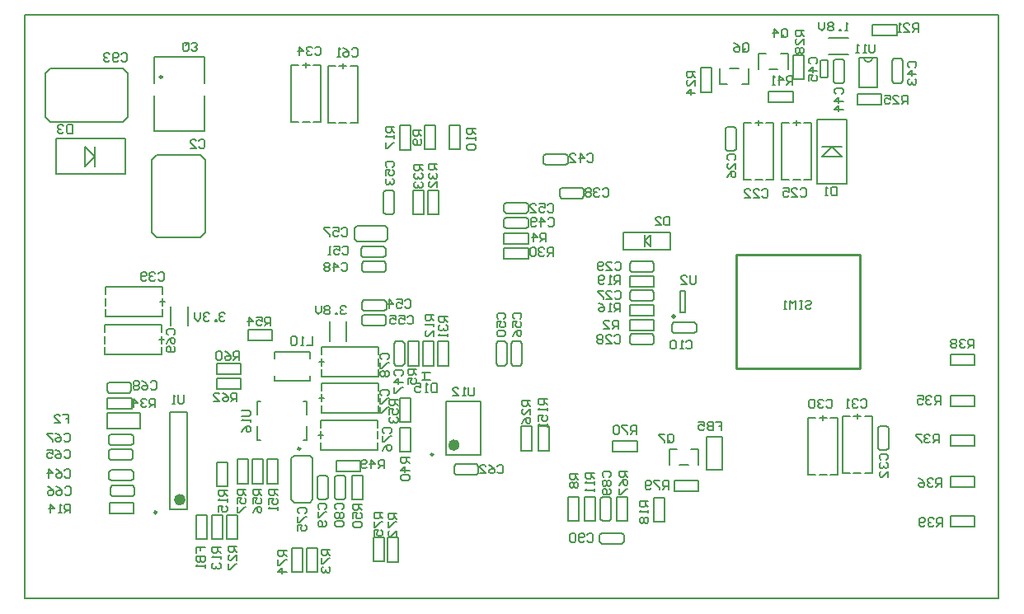
<source format=gbo>
%FSLAX25Y25*%
%MOIN*%
G70*
G01*
G75*
G04 Layer_Color=32896*
%ADD10C,0.02000*%
%ADD11C,0.03000*%
%ADD12C,0.01500*%
%ADD13R,0.01575X0.01181*%
%ADD14R,0.03937X0.02362*%
%ADD15R,0.03347X0.02756*%
%ADD16R,0.07480X0.11811*%
%ADD17O,0.06890X0.02362*%
%ADD18O,0.02362X0.07087*%
%ADD19O,0.07087X0.02362*%
%ADD20O,0.06299X0.02362*%
%ADD21R,0.02756X0.03347*%
%ADD22R,0.00984X0.01575*%
%ADD23R,0.02362X0.01969*%
%ADD24R,0.00984X0.01299*%
G04:AMPARAMS|DCode=25|XSize=35.43mil|YSize=157.48mil|CornerRadius=1.77mil|HoleSize=0mil|Usage=FLASHONLY|Rotation=90.000|XOffset=0mil|YOffset=0mil|HoleType=Round|Shape=RoundedRectangle|*
%AMROUNDEDRECTD25*
21,1,0.03543,0.15394,0,0,90.0*
21,1,0.03189,0.15748,0,0,90.0*
1,1,0.00354,0.07697,0.01595*
1,1,0.00354,0.07697,-0.01595*
1,1,0.00354,-0.07697,-0.01595*
1,1,0.00354,-0.07697,0.01595*
%
%ADD25ROUNDEDRECTD25*%
%ADD26R,0.01181X0.01575*%
%ADD27R,0.02362X0.02362*%
%ADD28R,0.02362X0.02362*%
%ADD29R,0.03347X0.01575*%
%ADD30R,0.05118X0.03937*%
%ADD31O,0.03740X0.00984*%
%ADD32O,0.00984X0.03740*%
%ADD33R,0.08661X0.08661*%
%ADD34R,0.03150X0.02559*%
%ADD35O,0.01378X0.06693*%
%ADD36C,0.03937*%
%ADD37R,0.01200X0.01800*%
%ADD38R,0.07874X0.03937*%
%ADD39R,0.01575X0.05906*%
%ADD40R,0.07874X0.07874*%
%ADD41O,0.03937X0.01181*%
%ADD42R,0.03937X0.01181*%
%ADD43R,0.02500X0.05906*%
%ADD44R,0.04800X0.05600*%
%ADD45R,0.04724X0.03150*%
%ADD46O,0.03740X0.01378*%
%ADD47R,0.08661X0.16929*%
%ADD48R,0.04803X0.02441*%
%ADD49R,0.07087X0.07874*%
%ADD50O,0.06693X0.01063*%
%ADD51R,0.06693X0.01063*%
%ADD52R,0.01063X0.06693*%
%ADD53R,0.08898X0.25590*%
%ADD54R,0.03937X0.05118*%
%ADD55R,0.03937X0.05906*%
%ADD56R,0.07874X0.07874*%
%ADD57R,0.04724X0.09843*%
%ADD58R,0.10000X0.07000*%
%ADD59O,0.05906X0.03150*%
%ADD60R,0.07087X0.03937*%
%ADD61O,0.03150X0.05906*%
%ADD62R,0.03937X0.07087*%
%ADD63C,0.01000*%
%ADD64C,0.08000*%
%ADD65C,0.01200*%
%ADD66C,0.00800*%
%ADD67C,0.02500*%
%ADD68R,0.11600X0.03500*%
%ADD69R,0.12910X0.06885*%
%ADD70R,0.04300X0.04600*%
%ADD71R,0.04600X0.21700*%
%ADD72R,0.34969X0.11400*%
%ADD73R,0.26500X0.16000*%
%ADD74R,0.18000X0.08400*%
%ADD75R,0.10500X0.06400*%
%ADD76R,0.06000X0.09600*%
%ADD77R,0.06700X0.09800*%
%ADD78R,0.04200X0.18700*%
%ADD79R,0.06200X0.14700*%
%ADD80R,0.10400X0.95500*%
%ADD81R,0.27300X0.16100*%
%ADD82R,0.05700X0.21700*%
%ADD83R,0.08100X0.13300*%
%ADD84R,0.08700X0.05400*%
%ADD85R,0.05000X0.07173*%
%ADD86R,0.06600X0.19900*%
%ADD87C,0.00500*%
%ADD88R,0.05906X0.05906*%
%ADD89C,0.05906*%
%ADD90C,0.07874*%
%ADD91R,0.07874X0.07874*%
G04:AMPARAMS|DCode=92|XSize=51.18mil|YSize=173.23mil|CornerRadius=2.56mil|HoleSize=0mil|Usage=FLASHONLY|Rotation=90.000|XOffset=0mil|YOffset=0mil|HoleType=Round|Shape=RoundedRectangle|*
%AMROUNDEDRECTD92*
21,1,0.05118,0.16811,0,0,90.0*
21,1,0.04606,0.17323,0,0,90.0*
1,1,0.00512,0.08406,0.02303*
1,1,0.00512,0.08406,-0.02303*
1,1,0.00512,-0.08406,-0.02303*
1,1,0.00512,-0.08406,0.02303*
%
%ADD92ROUNDEDRECTD92*%
%ADD93C,0.01969*%
%ADD94R,0.05315X0.07284*%
%ADD95C,0.13780*%
%ADD96O,0.07874X0.11811*%
%ADD97R,0.07874X0.11811*%
%ADD98C,0.02000*%
%ADD99C,0.03000*%
%ADD100C,0.03500*%
%ADD101C,0.04000*%
%ADD102C,0.02598*%
%ADD103C,0.04000*%
%ADD104R,0.10876X0.04450*%
%ADD105R,0.12400X0.11000*%
%ADD106R,0.12400X0.13400*%
%ADD107R,0.42200X0.13900*%
%ADD108R,0.28100X0.17200*%
%ADD109R,0.10200X0.09400*%
%ADD110R,0.09500X0.12000*%
%ADD111C,0.05000*%
%ADD112R,0.39000X0.13800*%
%ADD113R,0.06200X0.13300*%
%ADD114R,0.21900X0.04900*%
%ADD115R,0.19300X0.05600*%
%ADD116R,0.27100X0.16800*%
%ADD117R,0.08400X0.08100*%
%ADD118R,0.08300X0.14100*%
%ADD119R,0.08661X0.11024*%
%ADD120R,0.01969X0.07874*%
%ADD121R,0.02362X0.03937*%
%ADD122R,0.02500X0.05500*%
%ADD123R,0.06299X0.01969*%
%ADD124R,0.07874X0.14410*%
%ADD125R,0.07000X0.10000*%
%ADD126R,0.07087X0.03937*%
%ADD127O,0.09843X0.02362*%
%ADD128O,0.08661X0.02362*%
%ADD129O,0.01378X0.03740*%
%ADD130R,0.16929X0.08661*%
%ADD131R,0.04843X0.02559*%
%ADD132R,0.08268X0.02756*%
%ADD133O,0.03543X0.01969*%
%ADD134O,0.03543X0.01969*%
%ADD135R,0.03543X0.01969*%
%ADD136R,0.03347X0.01575*%
%ADD137R,0.07874X0.01969*%
%ADD138R,0.05118X0.19685*%
%ADD139R,0.03150X0.04724*%
%ADD140R,0.19685X0.05118*%
%ADD141C,0.09000*%
%ADD142R,0.22800X0.06300*%
%ADD143R,0.08600X0.09700*%
%ADD144R,0.05400X0.08800*%
%ADD145R,0.03600X0.11400*%
%ADD146R,0.11100X0.13400*%
%ADD147R,0.08800X0.07400*%
%ADD148R,0.29300X0.15600*%
%ADD149R,0.14000X0.54700*%
%ADD150R,0.48700X0.11300*%
%ADD151R,0.26931X0.16000*%
%ADD152R,0.14700X0.03700*%
%ADD153R,0.08500X0.39500*%
%ADD154R,0.04900X0.17100*%
%ADD155R,0.07600X0.09400*%
%ADD156R,0.03474X0.08965*%
%ADD157R,0.08900X0.10200*%
%ADD158R,0.15200X0.28165*%
%ADD159R,0.15800X0.09700*%
%ADD160C,0.00984*%
%ADD161C,0.00300*%
%ADD162C,0.00787*%
%ADD163C,0.02362*%
%ADD164C,0.00600*%
%ADD165C,0.00700*%
%ADD166C,0.00900*%
%ADD167R,0.05417X0.06634*%
%ADD168R,0.02375X0.01981*%
%ADD169R,0.04737X0.03162*%
%ADD170R,0.04147X0.03556*%
%ADD171R,0.08280X0.12611*%
%ADD172O,0.07690X0.03162*%
%ADD173O,0.03162X0.07887*%
%ADD174O,0.07887X0.03162*%
%ADD175O,0.07099X0.03162*%
%ADD176R,0.03556X0.04147*%
%ADD177R,0.01784X0.02375*%
%ADD178R,0.03162X0.02769*%
%ADD179R,0.01784X0.02099*%
G04:AMPARAMS|DCode=180|XSize=39.37mil|YSize=161.42mil|CornerRadius=1.97mil|HoleSize=0mil|Usage=FLASHONLY|Rotation=90.000|XOffset=0mil|YOffset=0mil|HoleType=Round|Shape=RoundedRectangle|*
%AMROUNDEDRECTD180*
21,1,0.03937,0.15748,0,0,90.0*
21,1,0.03543,0.16142,0,0,90.0*
1,1,0.00394,0.07874,0.01772*
1,1,0.00394,0.07874,-0.01772*
1,1,0.00394,-0.07874,-0.01772*
1,1,0.00394,-0.07874,0.01772*
%
%ADD180ROUNDEDRECTD180*%
%ADD181R,0.01981X0.02375*%
%ADD182R,0.03162X0.03162*%
%ADD183R,0.03162X0.03162*%
%ADD184R,0.03740X0.01969*%
%ADD185R,0.05918X0.04737*%
%ADD186O,0.04540X0.01784*%
%ADD187O,0.01784X0.04540*%
%ADD188R,0.09461X0.09461*%
%ADD189R,0.03950X0.03359*%
%ADD190O,0.02178X0.07493*%
%ADD191C,0.04737*%
%ADD192R,0.02000X0.02600*%
%ADD193R,0.08674X0.04737*%
%ADD194R,0.02375X0.06706*%
%ADD195R,0.08674X0.08674*%
%ADD196O,0.04737X0.01981*%
%ADD197R,0.04737X0.01981*%
%ADD198R,0.03300X0.06706*%
%ADD199R,0.05600X0.06400*%
%ADD200R,0.05524X0.03950*%
%ADD201O,0.04540X0.02178*%
%ADD202R,0.09461X0.17729*%
%ADD203R,0.05603X0.03241*%
%ADD204R,0.07887X0.08674*%
%ADD205O,0.07493X0.01863*%
%ADD206R,0.07493X0.01863*%
%ADD207R,0.01863X0.07493*%
%ADD208R,0.09698X0.26391*%
%ADD209R,0.04737X0.05918*%
%ADD210R,0.04737X0.06706*%
%ADD211R,0.08674X0.08674*%
%ADD212R,0.05524X0.10642*%
%ADD213R,0.10800X0.07800*%
%ADD214O,0.06706X0.03950*%
%ADD215R,0.07887X0.04737*%
%ADD216O,0.03950X0.06706*%
%ADD217R,0.04737X0.07887*%
%ADD218R,0.06706X0.06706*%
%ADD219C,0.06706*%
%ADD220C,0.08674*%
%ADD221R,0.08674X0.08674*%
G04:AMPARAMS|DCode=222|XSize=55.12mil|YSize=177.16mil|CornerRadius=2.76mil|HoleSize=0mil|Usage=FLASHONLY|Rotation=90.000|XOffset=0mil|YOffset=0mil|HoleType=Round|Shape=RoundedRectangle|*
%AMROUNDEDRECTD222*
21,1,0.05512,0.17165,0,0,90.0*
21,1,0.04961,0.17716,0,0,90.0*
1,1,0.00551,0.08583,0.02480*
1,1,0.00551,0.08583,-0.02480*
1,1,0.00551,-0.08583,-0.02480*
1,1,0.00551,-0.08583,0.02480*
%
%ADD222ROUNDEDRECTD222*%
%ADD223C,0.02769*%
%ADD224R,0.06115X0.08083*%
%ADD225C,0.14579*%
%ADD226O,0.08674X0.12611*%
%ADD227R,0.08674X0.12611*%
%ADD228C,0.03800*%
%ADD229R,0.09461X0.11824*%
%ADD230R,0.02769X0.08674*%
%ADD231R,0.03162X0.04737*%
%ADD232R,0.03300X0.06300*%
%ADD233R,0.07099X0.02769*%
%ADD234R,0.08674X0.15210*%
%ADD235R,0.07800X0.10800*%
%ADD236R,0.07887X0.04737*%
%ADD237O,0.10642X0.03162*%
%ADD238O,0.09461X0.03162*%
%ADD239O,0.02178X0.04540*%
%ADD240R,0.17729X0.09461*%
%ADD241R,0.05643X0.03359*%
%ADD242R,0.09068X0.03556*%
%ADD243O,0.04343X0.02769*%
%ADD244O,0.04343X0.02769*%
%ADD245R,0.04343X0.02769*%
%ADD246R,0.04147X0.02375*%
%ADD247R,0.08674X0.02769*%
%ADD248R,0.05918X0.20485*%
%ADD249R,0.03950X0.05524*%
%ADD250R,0.20485X0.05918*%
%ADD251C,0.03398*%
D63*
X48400Y187079D02*
G03*
X48400Y187079I-500J0D01*
G01*
X255815Y90300D02*
G03*
X255815Y90300I-583J0D01*
G01*
X280400Y69200D02*
Y115300D01*
Y69200D02*
X330500D01*
Y115300D01*
X280400D02*
X330500D01*
D66*
X327931Y49800D02*
X330931D01*
X329432Y48800D02*
Y50800D01*
X335432Y26800D02*
Y49800D01*
X323431Y26800D02*
Y49800D01*
X326431D01*
X332432D02*
X335432D01*
X323431Y26800D02*
X326431D01*
X332432D02*
X335432D01*
X327931D02*
X330931D01*
X314032Y49300D02*
X317032D01*
X315531Y48300D02*
Y50300D01*
X321532Y26300D02*
Y49300D01*
X309531Y26300D02*
Y49300D01*
X312531D01*
X318531D02*
X321532D01*
X309531Y26300D02*
X312531D01*
X318531D02*
X321532D01*
X314032D02*
X317032D01*
X25600Y94600D02*
Y97600D01*
Y90100D02*
Y93100D01*
Y99100D02*
Y102100D01*
X48600Y90100D02*
Y93100D01*
Y99100D02*
Y102100D01*
X25600D02*
X48600D01*
X25600Y90100D02*
X48600D01*
X47600Y96100D02*
X49600D01*
X48600Y94600D02*
Y97600D01*
X48000Y79300D02*
Y82300D01*
X47000Y80800D02*
X49000D01*
X25000Y74800D02*
X48000D01*
X25000Y86800D02*
X48000D01*
Y83800D02*
Y86800D01*
Y74800D02*
Y77800D01*
X25000Y83800D02*
Y86800D01*
Y74800D02*
Y77800D01*
Y79300D02*
Y82300D01*
X112732Y70300D02*
Y73300D01*
X111732Y71800D02*
X113732D01*
X112732Y77800D02*
X135731D01*
X112732Y65800D02*
X135731D01*
X112732D02*
Y68800D01*
Y74800D02*
Y77800D01*
X135731Y65800D02*
Y68800D01*
Y74800D02*
Y77800D01*
Y70300D02*
Y73300D01*
X112732Y55800D02*
Y58800D01*
X111732Y57300D02*
X113732D01*
X112732Y63300D02*
X135731D01*
X112732Y51300D02*
X135731D01*
X112732D02*
Y54300D01*
Y60300D02*
Y63300D01*
X135731Y51300D02*
Y54300D01*
Y60300D02*
Y63300D01*
Y55800D02*
Y58800D01*
X112631Y40900D02*
Y43900D01*
X111632Y42400D02*
X113631D01*
X112631Y48400D02*
X135632D01*
X112631Y36400D02*
X135632D01*
X112631D02*
Y39400D01*
Y45400D02*
Y48400D01*
X135632Y36400D02*
Y39400D01*
Y45400D02*
Y48400D01*
Y40900D02*
Y43900D01*
X288032Y168700D02*
X291032D01*
X289531Y167700D02*
Y169700D01*
X295532Y145700D02*
Y168700D01*
X283531Y145700D02*
Y168700D01*
X286531D01*
X292531D02*
X295532D01*
X283531Y145700D02*
X286531D01*
X292531D02*
X295532D01*
X288032D02*
X291032D01*
X303331Y168700D02*
X306331D01*
X304832Y167700D02*
Y169700D01*
X310831Y145700D02*
Y168700D01*
X298832Y145700D02*
Y168700D01*
X301832D01*
X307832D02*
X310831D01*
X298832Y145700D02*
X301832D01*
X307832D02*
X310831D01*
X303331D02*
X306331D01*
X257931Y91869D02*
Y100531D01*
X259931D01*
Y91869D02*
Y100531D01*
X257931Y91869D02*
X259931D01*
X119900Y168500D02*
X122900D01*
X124400D02*
X127400D01*
X115400D02*
X118400D01*
X124400Y191500D02*
X127400D01*
X115400D02*
X118400D01*
X115400Y168500D02*
Y191500D01*
X127400Y168500D02*
Y191500D01*
X121400Y190500D02*
Y192500D01*
X119900Y191500D02*
X122900D01*
X105100Y169000D02*
X108100D01*
X109600D02*
X112600D01*
X100600D02*
X103600D01*
X109600Y192000D02*
X112600D01*
X100600D02*
X103600D01*
X100600Y169000D02*
Y192000D01*
X112600Y169000D02*
Y192000D01*
X106600Y191000D02*
Y193000D01*
X105100Y192000D02*
X108100D01*
D87*
X332065Y194962D02*
G03*
X335609Y194962I1772J0D01*
G01*
X164366Y167674D02*
X168697D01*
X164366Y157832D02*
X168697D01*
X164366D02*
Y167674D01*
X168697Y157832D02*
Y167674D01*
X154366D02*
X158697D01*
X154366Y157832D02*
X158697D01*
X154366D02*
Y167674D01*
X158697Y157832D02*
Y167674D01*
X17293Y158937D02*
X21230Y155000D01*
X17293Y151063D02*
X21230Y155000D01*
X17293Y151063D02*
Y158937D01*
X5482Y147913D02*
X33435D01*
X5482Y162087D02*
X33435D01*
X21230Y151063D02*
Y158937D01*
X5482Y147913D02*
Y162087D01*
X33435Y147913D02*
Y162087D01*
X376874Y21235D02*
Y25565D01*
X367032Y21235D02*
Y25565D01*
X376874D01*
X367032Y21235D02*
X376874D01*
Y5135D02*
Y9465D01*
X367032Y5135D02*
Y9465D01*
X376874D01*
X367032Y5135D02*
X376874D01*
Y37835D02*
Y42165D01*
X367032Y37835D02*
Y42165D01*
X376874D01*
X367032Y37835D02*
X376874D01*
Y54035D02*
Y58365D01*
X367032Y54035D02*
Y58365D01*
X376874D01*
X367032Y54035D02*
X376874D01*
X183366Y71113D02*
Y79381D01*
X184153Y80168D02*
X186909D01*
X184153Y70326D02*
X186909D01*
X187697Y71113D02*
Y79381D01*
X186909Y70326D02*
X187697Y71113D01*
X183366D02*
X184153Y70326D01*
X183366Y79381D02*
X184153Y80168D01*
X186909D02*
X187697Y79381D01*
X189466Y71113D02*
Y79381D01*
X190253Y80168D02*
X193009D01*
X190253Y70326D02*
X193009D01*
X193797Y71113D02*
Y79381D01*
X193009Y70326D02*
X193797Y71113D01*
X189466D02*
X190253Y70326D01*
X189466Y79381D02*
X190253Y80168D01*
X193009D02*
X193797Y79381D01*
X293600Y176935D02*
X303443D01*
X293600Y181265D02*
X303443D01*
X293600Y176935D02*
Y181265D01*
X303443Y176935D02*
Y181265D01*
X289558Y196668D02*
X292510D01*
X298416D02*
X301368D01*
X293691Y190368D02*
X297235D01*
X289558D02*
Y196668D01*
X301368Y190368D02*
Y196668D01*
X282690Y184232D02*
X285643D01*
X273832D02*
X276784D01*
X277965Y190532D02*
X281509D01*
X285643Y184232D02*
Y190532D01*
X273832Y184232D02*
Y190532D01*
X341997Y37013D02*
Y45281D01*
X338454Y36226D02*
X341210D01*
X338454Y46069D02*
X341210D01*
X337666Y37013D02*
Y45281D01*
X338454Y46069D01*
X341210D02*
X341997Y45281D01*
X341210Y36226D02*
X341997Y37013D01*
X337666D02*
X338454Y36226D01*
X265200Y30174D02*
Y36473D01*
X253389Y30174D02*
Y36473D01*
X257523Y30174D02*
X261066D01*
X262247Y36473D02*
X265200D01*
X253389D02*
X256342D01*
X255426Y19635D02*
Y23965D01*
X265268Y19635D02*
Y23965D01*
X255426Y19635D02*
X265268D01*
X255426Y23965D02*
X265268D01*
X212566Y7531D02*
X216897D01*
X212566Y17374D02*
X216897D01*
Y7531D02*
Y17374D01*
X212566Y7531D02*
Y17374D01*
X219099Y7531D02*
X223430D01*
X219099Y17374D02*
X223430D01*
Y7531D02*
Y17374D01*
X219099Y7531D02*
Y17374D01*
X225633Y8319D02*
Y16587D01*
X226420Y17374D02*
X229176D01*
X226420Y7531D02*
X229176D01*
X229963Y8319D02*
Y16587D01*
X229176Y7531D02*
X229963Y8319D01*
X225633D02*
X226420Y7531D01*
X225633Y16587D02*
X226420Y17374D01*
X229176D02*
X229963Y16587D01*
X232166Y7531D02*
X236497D01*
X232166Y17374D02*
X236497D01*
Y7531D02*
Y17374D01*
X232166Y7531D02*
Y17374D01*
X226053Y2645D02*
X234320D01*
X235108Y-898D02*
Y1857D01*
X225265Y-898D02*
Y1857D01*
X226053Y-1686D02*
X234320D01*
X225265Y-898D02*
X226053Y-1686D01*
X225265Y1857D02*
X226053Y2645D01*
X234320D02*
X235108Y1857D01*
X234320Y-1686D02*
X235108Y-898D01*
X193535Y45900D02*
X197865D01*
X193535Y36057D02*
X197865D01*
X193535D02*
Y45900D01*
X197865Y36057D02*
Y45900D01*
X200335Y36057D02*
X204665D01*
X200335Y45900D02*
X204665D01*
Y36057D02*
Y45900D01*
X200335Y36057D02*
Y45900D01*
X65538Y165122D02*
Y179689D01*
Y184610D02*
Y195240D01*
X45262Y165122D02*
X65538D01*
X45262D02*
Y179689D01*
Y195240D02*
X65538D01*
X45262Y184610D02*
Y195240D01*
X26919Y63665D02*
X35187D01*
X35974Y60122D02*
Y62878D01*
X26131Y60122D02*
Y62878D01*
X26919Y59335D02*
X35187D01*
X26131Y60122D02*
X26919Y59335D01*
X26131Y62878D02*
X26919Y63665D01*
X35187D02*
X35974Y62878D01*
X35187Y59335D02*
X35974Y60122D01*
X26232Y52935D02*
X36074D01*
X26232Y57265D02*
X36074D01*
X26232Y52935D02*
Y57265D01*
X36074Y52935D02*
Y57265D01*
X26170Y44950D02*
Y51250D01*
X39556Y44950D02*
Y51250D01*
X27154Y44950D02*
Y44950D01*
X26170Y51250D02*
X39556D01*
X26170Y44950D02*
X39556D01*
X27613Y38235D02*
X35881D01*
X26826Y39022D02*
Y41778D01*
X36669Y39022D02*
Y41778D01*
X27613Y42565D02*
X35881D01*
X36669Y41778D01*
X35881Y38235D02*
X36669Y39022D01*
X26826D02*
X27613Y38235D01*
X26826Y41778D02*
X27613Y42565D01*
X27519Y36565D02*
X35787D01*
X36574Y33022D02*
Y35778D01*
X26732Y33022D02*
Y35778D01*
X27519Y32235D02*
X35787D01*
X26732Y33022D02*
X27519Y32235D01*
X26732Y35778D02*
X27519Y36565D01*
X35787D02*
X36574Y35778D01*
X35787Y32235D02*
X36574Y33022D01*
X27719Y28165D02*
X35987D01*
X36774Y24622D02*
Y27378D01*
X26932Y24622D02*
Y27378D01*
X27719Y23835D02*
X35987D01*
X26932Y24622D02*
X27719Y23835D01*
X26932Y27378D02*
X27719Y28165D01*
X35987D02*
X36774Y27378D01*
X35987Y23835D02*
X36774Y24622D01*
X28113Y17435D02*
X36381D01*
X27326Y18222D02*
Y20978D01*
X37168Y18222D02*
Y20978D01*
X28113Y21765D02*
X36381D01*
X37168Y20978D01*
X36381Y17435D02*
X37168Y18222D01*
X27326D02*
X28113Y17435D01*
X27326Y20978D02*
X28113Y21765D01*
X36874Y10635D02*
Y14965D01*
X27031Y10635D02*
Y14965D01*
X36874D01*
X27031Y10635D02*
X36874D01*
X62235Y226D02*
X66565D01*
X62235Y10069D02*
X66565D01*
Y226D02*
Y10069D01*
X62235Y226D02*
Y10069D01*
X70535Y31374D02*
X74865D01*
X70535Y21531D02*
X74865D01*
X70535D02*
Y31374D01*
X74865Y21531D02*
Y31374D01*
X78917Y22626D02*
X83247D01*
X78917Y32469D02*
X83247D01*
Y22626D02*
Y32469D01*
X78917Y22626D02*
Y32469D01*
X84891Y22626D02*
X89222D01*
X84891Y32469D02*
X89222D01*
Y22626D02*
Y32469D01*
X84891Y22626D02*
Y32469D01*
X90866D02*
X95197D01*
X90866Y22626D02*
X95197D01*
X90866D02*
Y32469D01*
X95197Y22626D02*
Y32469D01*
X106791Y-13191D02*
X111122D01*
X106791Y-3348D02*
X111122D01*
Y-13191D02*
Y-3348D01*
X106791Y-13191D02*
Y-3348D01*
X133735Y-8774D02*
X138065D01*
X133735Y1068D02*
X138065D01*
Y-8774D02*
Y1068D01*
X133735Y-8774D02*
Y1068D01*
X139635Y-8974D02*
X143965D01*
X139635Y869D02*
X143965D01*
Y-8974D02*
Y869D01*
X139635Y-8974D02*
Y869D01*
X101782Y14955D02*
X108081D01*
X101782Y34050D02*
X108081D01*
Y14955D02*
X109262Y16136D01*
X100601D02*
X101782Y14955D01*
X100601Y32868D02*
X101782Y34050D01*
X108081D02*
X109262Y32868D01*
X100601Y16136D02*
Y32868D01*
X109262Y16136D02*
Y32868D01*
X118757Y27635D02*
Y31965D01*
X128600Y27635D02*
Y31965D01*
X118757Y27635D02*
X128600D01*
X118757Y31965D02*
X128600D01*
X115397Y17019D02*
Y25287D01*
X111854Y16231D02*
X114609D01*
X111854Y26074D02*
X114609D01*
X111066Y17019D02*
Y25287D01*
X111854Y26074D01*
X114609D02*
X115397Y25287D01*
X114609Y16231D02*
X115397Y17019D01*
X111066D02*
X111854Y16231D01*
X122497Y17019D02*
Y25287D01*
X118954Y16231D02*
X121709D01*
X118954Y26074D02*
X121709D01*
X118166Y17019D02*
Y25287D01*
X118954Y26074D01*
X121709D02*
X122497Y25287D01*
X121709Y16231D02*
X122497Y17019D01*
X118166D02*
X118954Y16231D01*
X125266Y26074D02*
X129597D01*
X125266Y16231D02*
X129597D01*
X125266D02*
Y26074D01*
X129597Y16231D02*
Y26074D01*
X167219Y30465D02*
X175487D01*
X176274Y26922D02*
Y29678D01*
X166431Y26922D02*
Y29678D01*
X167219Y26135D02*
X175487D01*
X166431Y26922D02*
X167219Y26135D01*
X166431Y29678D02*
X167219Y30465D01*
X175487D02*
X176274Y29678D01*
X175487Y26135D02*
X176274Y26922D01*
X70458Y60935D02*
Y65265D01*
X80300Y60935D02*
Y65265D01*
X70458Y60935D02*
X80300D01*
X70458Y65265D02*
X80300D01*
X70358Y66935D02*
Y71265D01*
X80200Y66935D02*
Y71265D01*
X70358Y66935D02*
X80200D01*
X70358Y71265D02*
X80200D01*
X92874Y80635D02*
Y84965D01*
X83031Y80635D02*
Y84965D01*
X92874D01*
X83031Y80635D02*
X92874D01*
X86989Y50464D02*
Y56074D01*
X106674Y40326D02*
Y45936D01*
X105332Y40326D02*
X106674D01*
X86989D02*
Y45936D01*
Y40326D02*
X88032D01*
X86989Y56074D02*
X88032D01*
X106674Y50464D02*
Y56074D01*
X105332D02*
X106674D01*
X144535Y45406D02*
X148865D01*
X144535Y35563D02*
X148865D01*
X144535D02*
Y45406D01*
X148865Y35563D02*
Y45406D01*
X144635Y47558D02*
X148965D01*
X144635Y57400D02*
X148965D01*
Y47558D02*
Y57400D01*
X144635Y47558D02*
Y57400D01*
X146397Y71113D02*
Y79381D01*
X142853Y70326D02*
X145609D01*
X142853Y80168D02*
X145609D01*
X142066Y71113D02*
Y79381D01*
X142853Y80168D01*
X145609D02*
X146397Y79381D01*
X145609Y70326D02*
X146397Y71113D01*
X142066D02*
X142853Y70326D01*
X147966Y70326D02*
X152297D01*
X147966Y80168D02*
X152297D01*
Y70326D02*
Y80168D01*
X147966Y70326D02*
Y80168D01*
X153866D02*
X158197D01*
X153866Y70326D02*
X158197D01*
X153866D02*
Y80168D01*
X158197Y70326D02*
Y80168D01*
X159766Y70326D02*
X164097D01*
X159766Y80168D02*
X164097D01*
Y70326D02*
Y80168D01*
X159766Y70326D02*
Y80168D01*
X129850Y90865D02*
X138118D01*
X138906Y87322D02*
Y90078D01*
X129063Y87322D02*
Y90078D01*
X129850Y86535D02*
X138118D01*
X129063Y87322D02*
X129850Y86535D01*
X129063Y90078D02*
X129850Y90865D01*
X138118D02*
X138906Y90078D01*
X138118Y86535D02*
X138906Y87322D01*
X129950Y96765D02*
X138218D01*
X139005Y93222D02*
Y95978D01*
X129163Y93222D02*
Y95978D01*
X129950Y92435D02*
X138218D01*
X129163Y93222D02*
X129950Y92435D01*
X129163Y95978D02*
X129950Y96765D01*
X138218D02*
X139005Y95978D01*
X138218Y92435D02*
X139005Y93222D01*
X129845Y108135D02*
X138113D01*
X129058Y108922D02*
Y111678D01*
X138900Y108922D02*
Y111678D01*
X129845Y112465D02*
X138113D01*
X138900Y111678D01*
X138113Y108135D02*
X138900Y108922D01*
X129058D02*
X129845Y108135D01*
X129058Y111678D02*
X129845Y112465D01*
X129650Y118465D02*
X137918D01*
X138706Y114922D02*
Y117678D01*
X128863Y114922D02*
Y117678D01*
X129650Y114135D02*
X137918D01*
X128863Y114922D02*
X129650Y114135D01*
X128863Y117678D02*
X129650Y118465D01*
X137918D02*
X138706Y117678D01*
X137918Y114135D02*
X138706Y114922D01*
X126102Y121535D02*
X127086Y120550D01*
Y120550D02*
Y120550D01*
X126102Y125865D02*
X127086Y126850D01*
X138503Y120550D02*
X139487Y121535D01*
X138503Y126850D02*
X139487Y125865D01*
Y121535D02*
Y125865D01*
X127086Y126850D02*
X138503D01*
X126102Y121535D02*
Y125865D01*
X127086Y120550D02*
X138503D01*
X142297Y132313D02*
Y140581D01*
X138753Y131526D02*
X141509D01*
X138753Y141368D02*
X141509D01*
X137966Y132313D02*
Y140581D01*
X138753Y141368D01*
X141509D02*
X142297Y140581D01*
X141509Y131526D02*
X142297Y132313D01*
X137966D02*
X138753Y131526D01*
X149966Y131526D02*
X154297D01*
X149966Y141368D02*
X154297D01*
Y131526D02*
Y141368D01*
X149966Y131526D02*
Y141368D01*
X155966Y131526D02*
X160297D01*
X155966Y141368D02*
X160297D01*
Y131526D02*
Y141368D01*
X155966Y131526D02*
Y141368D01*
X187350Y130265D02*
X195618D01*
X196405Y126722D02*
Y129478D01*
X186563Y126722D02*
Y129478D01*
X187350Y125935D02*
X195618D01*
X186563Y126722D02*
X187350Y125935D01*
X186563Y129478D02*
X187350Y130265D01*
X195618D02*
X196405Y129478D01*
X195618Y125935D02*
X196405Y126722D01*
X187350Y136365D02*
X195618D01*
X196405Y132822D02*
Y135578D01*
X186563Y132822D02*
Y135578D01*
X187350Y132035D02*
X195618D01*
X186563Y132822D02*
X187350Y132035D01*
X186563Y135578D02*
X187350Y136365D01*
X195618D02*
X196405Y135578D01*
X195618Y132035D02*
X196405Y132822D01*
X203387Y151598D02*
X211655D01*
X202600Y152385D02*
Y155141D01*
X212442Y152385D02*
Y155141D01*
X203387Y155928D02*
X211655D01*
X212442Y155141D01*
X211655Y151598D02*
X212442Y152385D01*
X202600D02*
X203387Y151598D01*
X202600Y155141D02*
X203387Y155928D01*
X209913Y138072D02*
X218181D01*
X209126Y138859D02*
Y141615D01*
X218969Y138859D02*
Y141615D01*
X209913Y142402D02*
X218181D01*
X218969Y141615D01*
X218181Y138072D02*
X218969Y138859D01*
X209126D02*
X209913Y138072D01*
X209126Y141615D02*
X209913Y142402D01*
X238145Y83165D02*
X246413D01*
X247200Y79622D02*
Y82378D01*
X237357Y79622D02*
Y82378D01*
X238145Y78835D02*
X246413D01*
X237357Y79622D02*
X238145Y78835D01*
X237357Y82378D02*
X238145Y83165D01*
X246413D02*
X247200Y82378D01*
X246413Y78835D02*
X247200Y79622D01*
X237357Y84695D02*
Y89025D01*
X247200Y84695D02*
Y89025D01*
X237357Y84695D02*
X247200D01*
X237357Y89025D02*
X247200D01*
X237357Y90555D02*
Y94885D01*
X247200Y90555D02*
Y94885D01*
X237357Y90555D02*
X247200D01*
X237357Y94885D02*
X247200D01*
X238145Y100745D02*
X246413D01*
X247200Y97202D02*
Y99958D01*
X237357Y97202D02*
Y99958D01*
X238145Y96415D02*
X246413D01*
X237357Y97202D02*
X238145Y96415D01*
X237357Y99958D02*
X238145Y100745D01*
X246413D02*
X247200Y99958D01*
X246413Y96415D02*
X247200Y97202D01*
X237357Y102275D02*
Y106605D01*
X247200Y102275D02*
Y106605D01*
X237357Y102275D02*
X247200D01*
X237357Y106605D02*
X247200D01*
X238145Y112465D02*
X246413D01*
X247200Y108922D02*
Y111678D01*
X237357Y108922D02*
Y111678D01*
X238145Y108135D02*
X246413D01*
X237357Y108922D02*
X238145Y108135D01*
X237357Y111678D02*
X238145Y112465D01*
X246413D02*
X247200Y111678D01*
X246413Y108135D02*
X247200Y108922D01*
X255319Y87765D02*
X263587D01*
X264374Y84222D02*
Y86978D01*
X254532Y84222D02*
Y86978D01*
X255319Y83435D02*
X263587D01*
X254532Y84222D02*
X255319Y83435D01*
X254532Y86978D02*
X255319Y87765D01*
X263587D02*
X264374Y86978D01*
X263587Y83435D02*
X264374Y84222D01*
X280365Y158013D02*
Y166281D01*
X276822Y157226D02*
X279578D01*
X276822Y167069D02*
X279578D01*
X276035Y158013D02*
Y166281D01*
X276822Y167069D01*
X279578D02*
X280365Y166281D01*
X279578Y157226D02*
X280365Y158013D01*
X276035D02*
X276822Y157226D01*
X313226Y143866D02*
X325037D01*
X313226D02*
Y169850D01*
X325037D01*
Y143866D02*
Y169850D01*
X315195Y154889D02*
X323068D01*
X315195Y158826D02*
X323068D01*
X319131D02*
X323068Y154889D01*
X315195D02*
X319131Y158826D01*
X266035Y180926D02*
X270365D01*
X266035Y190769D02*
X270365D01*
Y180926D02*
Y190769D01*
X266035Y180926D02*
Y190769D01*
X303435Y186126D02*
X307765D01*
X303435Y195968D02*
X307765D01*
Y186126D02*
Y195968D01*
X303435Y186126D02*
Y195968D01*
X314425Y193618D02*
X314425D01*
X314819Y186925D02*
X317181D01*
X314425Y187319D02*
Y193618D01*
X314819Y194012D02*
X317181D01*
X317575Y187319D02*
Y193618D01*
X317181Y186925D02*
X317181D01*
X317575Y187319D01*
X314819Y186925D02*
Y186925D01*
X314425Y187319D02*
X314819Y186925D01*
X317181Y194012D02*
Y194012D01*
Y194012D02*
X317575Y193618D01*
X314819Y194012D02*
Y194012D01*
X314425Y193618D02*
X314819Y194012D01*
X319866Y185319D02*
Y193587D01*
X320654Y194374D02*
X323410D01*
X320654Y184531D02*
X323410D01*
X324197Y185319D02*
Y193587D01*
X323410Y184531D02*
X324197Y185319D01*
X319866D02*
X320654Y184531D01*
X319866Y193587D02*
X320654Y194374D01*
X323410D02*
X324197Y193587D01*
X335558Y204035D02*
Y208365D01*
X345400Y204035D02*
Y208365D01*
X335558Y204035D02*
X345400D01*
X335558Y208365D02*
X345400D01*
X330294Y182757D02*
Y194962D01*
Y182757D02*
X337380D01*
X330294Y194962D02*
X337380D01*
Y182757D02*
Y194962D01*
X343466Y185419D02*
Y193687D01*
X344253Y194474D02*
X347009D01*
X344253Y184632D02*
X347009D01*
X347797Y185419D02*
Y193687D01*
X347009Y184632D02*
X347797Y185419D01*
X343466D02*
X344253Y184632D01*
X343466Y193687D02*
X344253Y194474D01*
X347009D02*
X347797Y193687D01*
X329457Y175835D02*
Y180165D01*
X339300Y175835D02*
Y180165D01*
X329457Y175835D02*
X339300D01*
X329457Y180165D02*
X339300D01*
X100700Y-13213D02*
X105031D01*
X100700Y-3371D02*
X105031D01*
Y-13213D02*
Y-3371D01*
X100700Y-13213D02*
Y-3371D01*
X74535Y226D02*
X78865D01*
X74535Y10069D02*
X78865D01*
Y226D02*
Y10069D01*
X74535Y226D02*
Y10069D01*
X68385D02*
X72715D01*
X68385Y226D02*
X72715D01*
X68385D02*
Y10069D01*
X72715Y226D02*
Y10069D01*
X186563Y119435D02*
Y123765D01*
X196405Y119435D02*
Y123765D01*
X186563Y119435D02*
X196405D01*
X186563Y123765D02*
X196405D01*
X186563Y113535D02*
Y117865D01*
X196405Y113535D02*
Y117865D01*
X186563Y113535D02*
X196405D01*
X186563Y117865D02*
X196405D01*
X376874Y70435D02*
Y74765D01*
X367032Y70435D02*
Y74765D01*
X376874D01*
X367032Y70435D02*
X376874D01*
X243426Y120800D02*
X245788Y118438D01*
X243426Y120800D02*
X245788Y123162D01*
X243426Y118438D02*
Y123162D01*
X245788Y118438D02*
Y123162D01*
X253859Y117257D02*
Y124343D01*
X234961Y117257D02*
X253859D01*
X234961D02*
Y124343D01*
X253859D01*
X240411Y35535D02*
Y39865D01*
X230569Y35535D02*
Y39865D01*
X240411D01*
X230569Y35535D02*
X240411D01*
X1057Y170842D02*
X3025Y168873D01*
X1057Y188558D02*
X3025Y190527D01*
X32553Y168873D02*
X34521Y170842D01*
X1057D02*
Y188558D01*
X34521Y170842D02*
Y188558D01*
X3025Y190527D02*
X32553D01*
X3025Y168873D02*
X32553D01*
Y190527D02*
X34521Y188558D01*
X93800Y64089D02*
Y66300D01*
X108100Y64089D02*
Y66400D01*
X93800Y73300D02*
Y75900D01*
X108100Y73400D02*
Y75900D01*
X93800Y64089D02*
X108100D01*
X93800Y75900D02*
X108100D01*
X268582Y28076D02*
Y41461D01*
X274881Y28076D02*
Y41461D01*
X268582Y40477D02*
X268582D01*
X268582Y28076D02*
X274881D01*
X268582Y41461D02*
X274881D01*
X154457Y64701D02*
Y67299D01*
X153535Y64425D02*
X156921D01*
X153535Y67575D02*
X156921D01*
X63958Y122191D02*
X65927Y124160D01*
X44273D02*
X46242Y122191D01*
X63958Y155656D02*
X65927Y153687D01*
X46242Y122191D02*
X63958D01*
X46242Y155656D02*
X63958D01*
X44273Y124160D02*
Y153687D01*
X65927Y124160D02*
Y153687D01*
X44273D02*
X46242Y155656D01*
X144535Y167474D02*
X148865D01*
X144535Y157632D02*
X148865D01*
X144535D02*
Y167474D01*
X148865Y157632D02*
Y167474D01*
X247035Y7158D02*
X251365D01*
X247035Y17000D02*
X251365D01*
Y7158D02*
Y17000D01*
X247035Y7158D02*
Y17000D01*
X175000Y166300D02*
X171501D01*
Y164551D01*
X172084Y163967D01*
X173251D01*
X173834Y164551D01*
Y166300D01*
Y165134D02*
X175000Y163967D01*
Y162801D02*
Y161635D01*
Y162218D01*
X171501D01*
X172084Y162801D01*
Y159885D02*
X171501Y159302D01*
Y158136D01*
X172084Y157553D01*
X174417D01*
X175000Y158136D01*
Y159302D01*
X174417Y159885D01*
X172084D01*
X153300Y165500D02*
X149801D01*
Y163751D01*
X150384Y163167D01*
X151551D01*
X152134Y163751D01*
Y165500D01*
Y164334D02*
X153300Y163167D01*
X152717Y162001D02*
X153300Y161418D01*
Y160252D01*
X152717Y159669D01*
X150384D01*
X149801Y160252D01*
Y161418D01*
X150384Y162001D01*
X150967D01*
X151551Y161418D01*
Y159669D01*
X12000Y167799D02*
Y164300D01*
X10251D01*
X9667Y164883D01*
Y167216D01*
X10251Y167799D01*
X12000D01*
X8501Y167216D02*
X7918Y167799D01*
X6752D01*
X6168Y167216D01*
Y166633D01*
X6752Y166049D01*
X7335D01*
X6752D01*
X6168Y165466D01*
Y164883D01*
X6752Y164300D01*
X7918D01*
X8501Y164883D01*
X73900Y91316D02*
X73317Y91899D01*
X72151D01*
X71567Y91316D01*
Y90733D01*
X72151Y90149D01*
X72734D01*
X72151D01*
X71567Y89566D01*
Y88983D01*
X72151Y88400D01*
X73317D01*
X73900Y88983D01*
X70401Y88400D02*
Y88983D01*
X69818D01*
Y88400D01*
X70401D01*
X67485Y91316D02*
X66902Y91899D01*
X65736D01*
X65153Y91316D01*
Y90733D01*
X65736Y90149D01*
X66319D01*
X65736D01*
X65153Y89566D01*
Y88983D01*
X65736Y88400D01*
X66902D01*
X67485Y88983D01*
X63986Y91899D02*
Y89566D01*
X62820Y88400D01*
X61654Y89566D01*
Y91899D01*
X363600Y21300D02*
Y24799D01*
X361851D01*
X361267Y24216D01*
Y23049D01*
X361851Y22466D01*
X363600D01*
X362434D02*
X361267Y21300D01*
X360101Y24216D02*
X359518Y24799D01*
X358352D01*
X357769Y24216D01*
Y23633D01*
X358352Y23049D01*
X358935D01*
X358352D01*
X357769Y22466D01*
Y21883D01*
X358352Y21300D01*
X359518D01*
X360101Y21883D01*
X354270Y24799D02*
X355436Y24216D01*
X356602Y23049D01*
Y21883D01*
X356019Y21300D01*
X354853D01*
X354270Y21883D01*
Y22466D01*
X354853Y23049D01*
X356602D01*
X363900Y5300D02*
Y8799D01*
X362151D01*
X361567Y8216D01*
Y7049D01*
X362151Y6466D01*
X363900D01*
X362734D02*
X361567Y5300D01*
X360401Y8216D02*
X359818Y8799D01*
X358652D01*
X358069Y8216D01*
Y7633D01*
X358652Y7049D01*
X359235D01*
X358652D01*
X358069Y6466D01*
Y5883D01*
X358652Y5300D01*
X359818D01*
X360401Y5883D01*
X356902D02*
X356319Y5300D01*
X355153D01*
X354570Y5883D01*
Y8216D01*
X355153Y8799D01*
X356319D01*
X356902Y8216D01*
Y7633D01*
X356319Y7049D01*
X354570D01*
X362400Y39100D02*
Y42599D01*
X360651D01*
X360067Y42016D01*
Y40849D01*
X360651Y40266D01*
X362400D01*
X361234D02*
X360067Y39100D01*
X358901Y42016D02*
X358318Y42599D01*
X357152D01*
X356569Y42016D01*
Y41433D01*
X357152Y40849D01*
X357735D01*
X357152D01*
X356569Y40266D01*
Y39683D01*
X357152Y39100D01*
X358318D01*
X358901Y39683D01*
X355402Y42599D02*
X353070D01*
Y42016D01*
X355402Y39683D01*
Y39100D01*
X363000Y54700D02*
Y58199D01*
X361251D01*
X360667Y57616D01*
Y56449D01*
X361251Y55866D01*
X363000D01*
X361834D02*
X360667Y54700D01*
X359501Y57616D02*
X358918Y58199D01*
X357752D01*
X357169Y57616D01*
Y57033D01*
X357752Y56449D01*
X358335D01*
X357752D01*
X357169Y55866D01*
Y55283D01*
X357752Y54700D01*
X358918D01*
X359501Y55283D01*
X353670Y58199D02*
X356002D01*
Y56449D01*
X354836Y57033D01*
X354253D01*
X353670Y56449D01*
Y55283D01*
X354253Y54700D01*
X355419D01*
X356002Y55283D01*
X184284Y89267D02*
X183701Y89851D01*
Y91017D01*
X184284Y91600D01*
X186617D01*
X187200Y91017D01*
Y89851D01*
X186617Y89267D01*
X183701Y85769D02*
Y88101D01*
X185451D01*
X184867Y86935D01*
Y86352D01*
X185451Y85769D01*
X186617D01*
X187200Y86352D01*
Y87518D01*
X186617Y88101D01*
X184284Y84602D02*
X183701Y84019D01*
Y82853D01*
X184284Y82270D01*
X186617D01*
X187200Y82853D01*
Y84019D01*
X186617Y84602D01*
X184284D01*
X190684Y89367D02*
X190101Y89951D01*
Y91117D01*
X190684Y91700D01*
X193017D01*
X193600Y91117D01*
Y89951D01*
X193017Y89367D01*
X190101Y85869D02*
Y88201D01*
X191851D01*
X191267Y87035D01*
Y86452D01*
X191851Y85869D01*
X193017D01*
X193600Y86452D01*
Y87618D01*
X193017Y88201D01*
X190101Y82370D02*
X190684Y83536D01*
X191851Y84702D01*
X193017D01*
X193600Y84119D01*
Y82953D01*
X193017Y82370D01*
X192434D01*
X191851Y82953D01*
Y84702D01*
X303232Y184000D02*
Y187499D01*
X301482D01*
X300899Y186916D01*
Y185749D01*
X301482Y185166D01*
X303232D01*
X302065D02*
X300899Y184000D01*
X297983D02*
Y187499D01*
X299733Y185749D01*
X297400D01*
X296234Y184000D02*
X295068D01*
X295651D01*
Y187499D01*
X296234Y186916D01*
X298799Y203683D02*
Y206016D01*
X299382Y206599D01*
X300548D01*
X301132Y206016D01*
Y203683D01*
X300548Y203100D01*
X299382D01*
X299965Y204266D02*
X298799Y203100D01*
X299382D02*
X298799Y203683D01*
X295883Y203100D02*
Y206599D01*
X297633Y204849D01*
X295300D01*
X283099Y197983D02*
Y200316D01*
X283682Y200899D01*
X284848D01*
X285432Y200316D01*
Y197983D01*
X284848Y197400D01*
X283682D01*
X284265Y198566D02*
X283099Y197400D01*
X283682D02*
X283099Y197983D01*
X279600Y200899D02*
X280766Y200316D01*
X281933Y199149D01*
Y197983D01*
X281349Y197400D01*
X280183D01*
X279600Y197983D01*
Y198566D01*
X280183Y199149D01*
X281933D01*
X45600Y53500D02*
Y56999D01*
X43851D01*
X43267Y56416D01*
Y55249D01*
X43851Y54666D01*
X45600D01*
X44434D02*
X43267Y53500D01*
X42101Y56416D02*
X41518Y56999D01*
X40352D01*
X39768Y56416D01*
Y55833D01*
X40352Y55249D01*
X40935D01*
X40352D01*
X39768Y54666D01*
Y54083D01*
X40352Y53500D01*
X41518D01*
X42101Y54083D01*
X36853Y53500D02*
Y56999D01*
X38602Y55249D01*
X36270D01*
X8267Y50599D02*
X10600D01*
Y48849D01*
X9434D01*
X10600D01*
Y47100D01*
X4769D02*
X7101D01*
X4769Y49433D01*
Y50016D01*
X5352Y50599D01*
X6518D01*
X7101Y50016D01*
X260167Y80016D02*
X260751Y80599D01*
X261917D01*
X262500Y80016D01*
Y77683D01*
X261917Y77100D01*
X260751D01*
X260167Y77683D01*
X259001Y77100D02*
X257835D01*
X258418D01*
Y80599D01*
X259001Y80016D01*
X256085D02*
X255502Y80599D01*
X254336D01*
X253753Y80016D01*
Y77683D01*
X254336Y77100D01*
X255502D01*
X256085Y77683D01*
Y80016D01*
X290967Y141316D02*
X291551Y141899D01*
X292717D01*
X293300Y141316D01*
Y138983D01*
X292717Y138400D01*
X291551D01*
X290967Y138983D01*
X287469Y138400D02*
X289801D01*
X287469Y140733D01*
Y141316D01*
X288052Y141899D01*
X289218D01*
X289801Y141316D01*
X283970Y138400D02*
X286302D01*
X283970Y140733D01*
Y141316D01*
X284553Y141899D01*
X285719D01*
X286302Y141316D01*
X306367Y141616D02*
X306951Y142199D01*
X308117D01*
X308700Y141616D01*
Y139283D01*
X308117Y138700D01*
X306951D01*
X306367Y139283D01*
X302869Y138700D02*
X305201D01*
X302869Y141033D01*
Y141616D01*
X303452Y142199D01*
X304618D01*
X305201Y141616D01*
X299370Y142199D02*
X301702D01*
Y140449D01*
X300536Y141033D01*
X299953D01*
X299370Y140449D01*
Y139283D01*
X299953Y138700D01*
X301119D01*
X301702Y139283D01*
X277384Y153467D02*
X276801Y154051D01*
Y155217D01*
X277384Y155800D01*
X279717D01*
X280300Y155217D01*
Y154051D01*
X279717Y153467D01*
X280300Y149969D02*
Y152301D01*
X277967Y149969D01*
X277384D01*
X276801Y150552D01*
Y151718D01*
X277384Y152301D01*
X276801Y146470D02*
X277384Y147636D01*
X278551Y148802D01*
X279717D01*
X280300Y148219D01*
Y147053D01*
X279717Y146470D01*
X279134D01*
X278551Y147053D01*
Y148802D01*
X231367Y100116D02*
X231951Y100699D01*
X233117D01*
X233700Y100116D01*
Y97783D01*
X233117Y97200D01*
X231951D01*
X231367Y97783D01*
X227869Y97200D02*
X230201D01*
X227869Y99533D01*
Y100116D01*
X228452Y100699D01*
X229618D01*
X230201Y100116D01*
X226702Y100699D02*
X224370D01*
Y100116D01*
X226702Y97783D01*
Y97200D01*
X231267Y82216D02*
X231851Y82799D01*
X233017D01*
X233600Y82216D01*
Y79883D01*
X233017Y79300D01*
X231851D01*
X231267Y79883D01*
X227769Y79300D02*
X230101D01*
X227769Y81633D01*
Y82216D01*
X228352Y82799D01*
X229518D01*
X230101Y82216D01*
X226602D02*
X226019Y82799D01*
X224853D01*
X224270Y82216D01*
Y81633D01*
X224853Y81049D01*
X224270Y80466D01*
Y79883D01*
X224853Y79300D01*
X226019D01*
X226602Y79883D01*
Y80466D01*
X226019Y81049D01*
X226602Y81633D01*
Y82216D01*
X226019Y81049D02*
X224853D01*
X231467Y111816D02*
X232051Y112399D01*
X233217D01*
X233800Y111816D01*
Y109483D01*
X233217Y108900D01*
X232051D01*
X231467Y109483D01*
X227969Y108900D02*
X230301D01*
X227969Y111233D01*
Y111816D01*
X228552Y112399D01*
X229718D01*
X230301Y111816D01*
X226802Y109483D02*
X226219Y108900D01*
X225053D01*
X224470Y109483D01*
Y111816D01*
X225053Y112399D01*
X226219D01*
X226802Y111816D01*
Y111233D01*
X226219Y110649D01*
X224470D01*
X316967Y56116D02*
X317551Y56699D01*
X318717D01*
X319300Y56116D01*
Y53783D01*
X318717Y53200D01*
X317551D01*
X316967Y53783D01*
X315801Y56116D02*
X315218Y56699D01*
X314052D01*
X313469Y56116D01*
Y55533D01*
X314052Y54949D01*
X314635D01*
X314052D01*
X313469Y54366D01*
Y53783D01*
X314052Y53200D01*
X315218D01*
X315801Y53783D01*
X312302Y56116D02*
X311719Y56699D01*
X310553D01*
X309970Y56116D01*
Y53783D01*
X310553Y53200D01*
X311719D01*
X312302Y53783D01*
Y56116D01*
X330867Y56216D02*
X331451Y56799D01*
X332617D01*
X333200Y56216D01*
Y53883D01*
X332617Y53300D01*
X331451D01*
X330867Y53883D01*
X329701Y56216D02*
X329118Y56799D01*
X327952D01*
X327369Y56216D01*
Y55633D01*
X327952Y55049D01*
X328535D01*
X327952D01*
X327369Y54466D01*
Y53883D01*
X327952Y53300D01*
X329118D01*
X329701Y53883D01*
X326202Y53300D02*
X325036D01*
X325619D01*
Y56799D01*
X326202Y56216D01*
X338984Y32267D02*
X338401Y32851D01*
Y34017D01*
X338984Y34600D01*
X341317D01*
X341900Y34017D01*
Y32851D01*
X341317Y32267D01*
X338984Y31101D02*
X338401Y30518D01*
Y29352D01*
X338984Y28769D01*
X339567D01*
X340151Y29352D01*
Y29935D01*
Y29352D01*
X340734Y28769D01*
X341317D01*
X341900Y29352D01*
Y30518D01*
X341317Y31101D01*
X341900Y25270D02*
Y27602D01*
X339567Y25270D01*
X338984D01*
X338401Y25853D01*
Y27019D01*
X338984Y27602D01*
X226467Y141616D02*
X227051Y142199D01*
X228217D01*
X228800Y141616D01*
Y139283D01*
X228217Y138700D01*
X227051D01*
X226467Y139283D01*
X225301Y141616D02*
X224718Y142199D01*
X223552D01*
X222969Y141616D01*
Y141033D01*
X223552Y140449D01*
X224135D01*
X223552D01*
X222969Y139866D01*
Y139283D01*
X223552Y138700D01*
X224718D01*
X225301Y139283D01*
X221802Y141616D02*
X221219Y142199D01*
X220053D01*
X219470Y141616D01*
Y141033D01*
X220053Y140449D01*
X219470Y139866D01*
Y139283D01*
X220053Y138700D01*
X221219D01*
X221802Y139283D01*
Y139866D01*
X221219Y140449D01*
X221802Y141033D01*
Y141616D01*
X221219Y140449D02*
X220053D01*
X220267Y155516D02*
X220851Y156099D01*
X222017D01*
X222600Y155516D01*
Y153183D01*
X222017Y152600D01*
X220851D01*
X220267Y153183D01*
X217352Y152600D02*
Y156099D01*
X219101Y154349D01*
X216769D01*
X213270Y152600D02*
X215602D01*
X213270Y154933D01*
Y155516D01*
X213853Y156099D01*
X215019D01*
X215602Y155516D01*
X350384Y191067D02*
X349801Y191651D01*
Y192817D01*
X350384Y193400D01*
X352717D01*
X353300Y192817D01*
Y191651D01*
X352717Y191067D01*
X353300Y188152D02*
X349801D01*
X351551Y189901D01*
Y187569D01*
X350384Y186402D02*
X349801Y185819D01*
Y184653D01*
X350384Y184070D01*
X350967D01*
X351551Y184653D01*
Y185236D01*
Y184653D01*
X352134Y184070D01*
X352717D01*
X353300Y184653D01*
Y185819D01*
X352717Y186402D01*
X320784Y180167D02*
X320201Y180751D01*
Y181917D01*
X320784Y182500D01*
X323117D01*
X323700Y181917D01*
Y180751D01*
X323117Y180167D01*
X323700Y177252D02*
X320201D01*
X321951Y179001D01*
Y176669D01*
X323700Y173753D02*
X320201D01*
X321951Y175502D01*
Y173170D01*
X310384Y192467D02*
X309801Y193051D01*
Y194217D01*
X310384Y194800D01*
X312717D01*
X313300Y194217D01*
Y193051D01*
X312717Y192467D01*
X313300Y189552D02*
X309801D01*
X311551Y191301D01*
Y188969D01*
X309801Y185470D02*
Y187802D01*
X311551D01*
X310967Y186636D01*
Y186053D01*
X311551Y185470D01*
X312717D01*
X313300Y186053D01*
Y187219D01*
X312717Y187802D01*
X142784Y66367D02*
X142201Y66951D01*
Y68117D01*
X142784Y68700D01*
X145117D01*
X145700Y68117D01*
Y66951D01*
X145117Y66367D01*
X145700Y63452D02*
X142201D01*
X143951Y65201D01*
Y62869D01*
X142201Y61702D02*
Y59370D01*
X142784D01*
X145117Y61702D01*
X145700D01*
X120867Y111416D02*
X121451Y111999D01*
X122617D01*
X123200Y111416D01*
Y109083D01*
X122617Y108500D01*
X121451D01*
X120867Y109083D01*
X117952Y108500D02*
Y111999D01*
X119701Y110249D01*
X117369D01*
X116202Y111416D02*
X115619Y111999D01*
X114453D01*
X113870Y111416D01*
Y110833D01*
X114453Y110249D01*
X113870Y109666D01*
Y109083D01*
X114453Y108500D01*
X115619D01*
X116202Y109083D01*
Y109666D01*
X115619Y110249D01*
X116202Y110833D01*
Y111416D01*
X115619Y110249D02*
X114453D01*
X204367Y129616D02*
X204951Y130199D01*
X206117D01*
X206700Y129616D01*
Y127283D01*
X206117Y126700D01*
X204951D01*
X204367Y127283D01*
X201452Y126700D02*
Y130199D01*
X203201Y128449D01*
X200869D01*
X199702Y127283D02*
X199119Y126700D01*
X197953D01*
X197370Y127283D01*
Y129616D01*
X197953Y130199D01*
X199119D01*
X199702Y129616D01*
Y129033D01*
X199119Y128449D01*
X197370D01*
X121267Y118116D02*
X121851Y118699D01*
X123017D01*
X123600Y118116D01*
Y115783D01*
X123017Y115200D01*
X121851D01*
X121267Y115783D01*
X117769Y118699D02*
X120101D01*
Y116949D01*
X118935Y117533D01*
X118352D01*
X117769Y116949D01*
Y115783D01*
X118352Y115200D01*
X119518D01*
X120101Y115783D01*
X116602Y115200D02*
X115436D01*
X116019D01*
Y118699D01*
X116602Y118116D01*
X204267Y135316D02*
X204851Y135899D01*
X206017D01*
X206600Y135316D01*
Y132983D01*
X206017Y132400D01*
X204851D01*
X204267Y132983D01*
X200769Y135899D02*
X203101D01*
Y134149D01*
X201935Y134733D01*
X201352D01*
X200769Y134149D01*
Y132983D01*
X201352Y132400D01*
X202518D01*
X203101Y132983D01*
X197270Y132400D02*
X199602D01*
X197270Y134733D01*
Y135316D01*
X197853Y135899D01*
X199019D01*
X199602Y135316D01*
X139284Y150667D02*
X138701Y151251D01*
Y152417D01*
X139284Y153000D01*
X141617D01*
X142200Y152417D01*
Y151251D01*
X141617Y150667D01*
X138701Y147169D02*
Y149501D01*
X140451D01*
X139867Y148335D01*
Y147752D01*
X140451Y147169D01*
X141617D01*
X142200Y147752D01*
Y148918D01*
X141617Y149501D01*
X139284Y146002D02*
X138701Y145419D01*
Y144253D01*
X139284Y143670D01*
X139867D01*
X140451Y144253D01*
Y144836D01*
Y144253D01*
X141034Y143670D01*
X141617D01*
X142200Y144253D01*
Y145419D01*
X141617Y146002D01*
X146567Y96516D02*
X147151Y97099D01*
X148317D01*
X148900Y96516D01*
Y94183D01*
X148317Y93600D01*
X147151D01*
X146567Y94183D01*
X143069Y97099D02*
X145401D01*
Y95349D01*
X144235Y95933D01*
X143652D01*
X143069Y95349D01*
Y94183D01*
X143652Y93600D01*
X144818D01*
X145401Y94183D01*
X140153Y93600D02*
Y97099D01*
X141902Y95349D01*
X139570D01*
X147567Y90016D02*
X148151Y90599D01*
X149317D01*
X149900Y90016D01*
Y87683D01*
X149317Y87100D01*
X148151D01*
X147567Y87683D01*
X144069Y90599D02*
X146401D01*
Y88849D01*
X145235Y89433D01*
X144652D01*
X144069Y88849D01*
Y87683D01*
X144652Y87100D01*
X145818D01*
X146401Y87683D01*
X140570Y90599D02*
X142902D01*
Y88849D01*
X141736Y89433D01*
X141153D01*
X140570Y88849D01*
Y87683D01*
X141153Y87100D01*
X142319D01*
X142902Y87683D01*
X120967Y125616D02*
X121551Y126199D01*
X122717D01*
X123300Y125616D01*
Y123283D01*
X122717Y122700D01*
X121551D01*
X120967Y123283D01*
X117469Y126199D02*
X119801D01*
Y124449D01*
X118635Y125033D01*
X118052D01*
X117469Y124449D01*
Y123283D01*
X118052Y122700D01*
X119218D01*
X119801Y123283D01*
X116302Y126199D02*
X113970D01*
Y125616D01*
X116302Y123283D01*
Y122700D01*
X183967Y29716D02*
X184551Y30299D01*
X185717D01*
X186300Y29716D01*
Y27383D01*
X185717Y26800D01*
X184551D01*
X183967Y27383D01*
X180469Y30299D02*
X181635Y29716D01*
X182801Y28549D01*
Y27383D01*
X182218Y26800D01*
X181052D01*
X180469Y27383D01*
Y27966D01*
X181052Y28549D01*
X182801D01*
X176970Y26800D02*
X179302D01*
X176970Y29133D01*
Y29716D01*
X177553Y30299D01*
X178719D01*
X179302Y29716D01*
X8967Y27916D02*
X9551Y28499D01*
X10717D01*
X11300Y27916D01*
Y25583D01*
X10717Y25000D01*
X9551D01*
X8967Y25583D01*
X5469Y28499D02*
X6635Y27916D01*
X7801Y26749D01*
Y25583D01*
X7218Y25000D01*
X6052D01*
X5469Y25583D01*
Y26166D01*
X6052Y26749D01*
X7801D01*
X2553Y25000D02*
Y28499D01*
X4302Y26749D01*
X1970D01*
X8767Y35816D02*
X9351Y36399D01*
X10517D01*
X11100Y35816D01*
Y33483D01*
X10517Y32900D01*
X9351D01*
X8767Y33483D01*
X5269Y36399D02*
X6435Y35816D01*
X7601Y34649D01*
Y33483D01*
X7018Y32900D01*
X5852D01*
X5269Y33483D01*
Y34066D01*
X5852Y34649D01*
X7601D01*
X1770Y36399D02*
X4102D01*
Y34649D01*
X2936Y35233D01*
X2353D01*
X1770Y34649D01*
Y33483D01*
X2353Y32900D01*
X3519D01*
X4102Y33483D01*
X9067Y20916D02*
X9651Y21499D01*
X10817D01*
X11400Y20916D01*
Y18583D01*
X10817Y18000D01*
X9651D01*
X9067Y18583D01*
X5568Y21499D02*
X6735Y20916D01*
X7901Y19749D01*
Y18583D01*
X7318Y18000D01*
X6152D01*
X5568Y18583D01*
Y19166D01*
X6152Y19749D01*
X7901D01*
X2070Y21499D02*
X3236Y20916D01*
X4402Y19749D01*
Y18583D01*
X3819Y18000D01*
X2653D01*
X2070Y18583D01*
Y19166D01*
X2653Y19749D01*
X4402D01*
X8667Y42416D02*
X9251Y42999D01*
X10417D01*
X11000Y42416D01*
Y40083D01*
X10417Y39500D01*
X9251D01*
X8667Y40083D01*
X5169Y42999D02*
X6335Y42416D01*
X7501Y41249D01*
Y40083D01*
X6918Y39500D01*
X5752D01*
X5169Y40083D01*
Y40666D01*
X5752Y41249D01*
X7501D01*
X4002Y42999D02*
X1670D01*
Y42416D01*
X4002Y40083D01*
Y39500D01*
X43667Y63516D02*
X44251Y64099D01*
X45417D01*
X46000Y63516D01*
Y61183D01*
X45417Y60600D01*
X44251D01*
X43667Y61183D01*
X40168Y64099D02*
X41335Y63516D01*
X42501Y62349D01*
Y61183D01*
X41918Y60600D01*
X40752D01*
X40168Y61183D01*
Y61766D01*
X40752Y62349D01*
X42501D01*
X39002Y63516D02*
X38419Y64099D01*
X37253D01*
X36670Y63516D01*
Y62933D01*
X37253Y62349D01*
X36670Y61766D01*
Y61183D01*
X37253Y60600D01*
X38419D01*
X39002Y61183D01*
Y61766D01*
X38419Y62349D01*
X39002Y62933D01*
Y63516D01*
X38419Y62349D02*
X37253D01*
X103784Y10567D02*
X103201Y11151D01*
Y12317D01*
X103784Y12900D01*
X106117D01*
X106700Y12317D01*
Y11151D01*
X106117Y10567D01*
X103201Y9401D02*
Y7069D01*
X103784D01*
X106117Y9401D01*
X106700D01*
X103201Y3570D02*
Y5902D01*
X104951D01*
X104367Y4736D01*
Y4153D01*
X104951Y3570D01*
X106117D01*
X106700Y4153D01*
Y5319D01*
X106117Y5902D01*
X138084Y43067D02*
X137501Y43651D01*
Y44817D01*
X138084Y45400D01*
X140417D01*
X141000Y44817D01*
Y43651D01*
X140417Y43067D01*
X137501Y41901D02*
Y39568D01*
X138084D01*
X140417Y41901D01*
X141000D01*
X137501Y36070D02*
X138084Y37236D01*
X139251Y38402D01*
X140417D01*
X141000Y37819D01*
Y36653D01*
X140417Y36070D01*
X139834D01*
X139251Y36653D01*
Y38402D01*
X137084Y58267D02*
X136501Y58851D01*
Y60017D01*
X137084Y60600D01*
X139417D01*
X140000Y60017D01*
Y58851D01*
X139417Y58267D01*
X136501Y57101D02*
Y54769D01*
X137084D01*
X139417Y57101D01*
X140000D01*
X136501Y53602D02*
Y51270D01*
X137084D01*
X139417Y53602D01*
X140000D01*
X137184Y72867D02*
X136601Y73451D01*
Y74617D01*
X137184Y75200D01*
X139517D01*
X140100Y74617D01*
Y73451D01*
X139517Y72867D01*
X136601Y71701D02*
Y69369D01*
X137184D01*
X139517Y71701D01*
X140100D01*
X137184Y68202D02*
X136601Y67619D01*
Y66453D01*
X137184Y65870D01*
X137767D01*
X138351Y66453D01*
X138934Y65870D01*
X139517D01*
X140100Y66453D01*
Y67619D01*
X139517Y68202D01*
X138934D01*
X138351Y67619D01*
X137767Y68202D01*
X137184D01*
X138351Y67619D02*
Y66453D01*
X111984Y12267D02*
X111401Y12851D01*
Y14017D01*
X111984Y14600D01*
X114317D01*
X114900Y14017D01*
Y12851D01*
X114317Y12267D01*
X111401Y11101D02*
Y8769D01*
X111984D01*
X114317Y11101D01*
X114900D01*
X114317Y7602D02*
X114900Y7019D01*
Y5853D01*
X114317Y5270D01*
X111984D01*
X111401Y5853D01*
Y7019D01*
X111984Y7602D01*
X112567D01*
X113151Y7019D01*
Y5270D01*
X118884Y12167D02*
X118301Y12751D01*
Y13917D01*
X118884Y14500D01*
X121217D01*
X121800Y13917D01*
Y12751D01*
X121217Y12167D01*
X118884Y11001D02*
X118301Y10418D01*
Y9252D01*
X118884Y8669D01*
X119467D01*
X120051Y9252D01*
X120634Y8669D01*
X121217D01*
X121800Y9252D01*
Y10418D01*
X121217Y11001D01*
X120634D01*
X120051Y10418D01*
X119467Y11001D01*
X118884D01*
X120051Y10418D02*
Y9252D01*
X118884Y7502D02*
X118301Y6919D01*
Y5753D01*
X118884Y5170D01*
X121217D01*
X121800Y5753D01*
Y6919D01*
X121217Y7502D01*
X118884D01*
X226984Y25167D02*
X226401Y25751D01*
Y26917D01*
X226984Y27500D01*
X229317D01*
X229900Y26917D01*
Y25751D01*
X229317Y25167D01*
X226984Y24001D02*
X226401Y23418D01*
Y22252D01*
X226984Y21668D01*
X227567D01*
X228151Y22252D01*
X228734Y21668D01*
X229317D01*
X229900Y22252D01*
Y23418D01*
X229317Y24001D01*
X228734D01*
X228151Y23418D01*
X227567Y24001D01*
X226984D01*
X228151Y23418D02*
Y22252D01*
X229317Y20502D02*
X229900Y19919D01*
Y18753D01*
X229317Y18170D01*
X226984D01*
X226401Y18753D01*
Y19919D01*
X226984Y20502D01*
X227567D01*
X228151Y19919D01*
Y18170D01*
X220267Y1916D02*
X220851Y2499D01*
X222017D01*
X222600Y1916D01*
Y-417D01*
X222017Y-1000D01*
X220851D01*
X220267Y-417D01*
X219101D02*
X218518Y-1000D01*
X217352D01*
X216769Y-417D01*
Y1916D01*
X217352Y2499D01*
X218518D01*
X219101Y1916D01*
Y1333D01*
X218518Y749D01*
X216769D01*
X215602Y1916D02*
X215019Y2499D01*
X213853D01*
X213270Y1916D01*
Y-417D01*
X213853Y-1000D01*
X215019D01*
X215602Y-417D01*
Y1916D01*
X31899Y196216D02*
X32482Y196799D01*
X33648D01*
X34231Y196216D01*
Y193883D01*
X33648Y193300D01*
X32482D01*
X31899Y193883D01*
X30733D02*
X30149Y193300D01*
X28983D01*
X28400Y193883D01*
Y196216D01*
X28983Y196799D01*
X30149D01*
X30733Y196216D01*
Y195633D01*
X30149Y195049D01*
X28400D01*
X27234Y196216D02*
X26651Y196799D01*
X25484D01*
X24901Y196216D01*
Y195633D01*
X25484Y195049D01*
X26068D01*
X25484D01*
X24901Y194466D01*
Y193883D01*
X25484Y193300D01*
X26651D01*
X27234Y193883D01*
X321000Y142699D02*
Y139200D01*
X319251D01*
X318667Y139783D01*
Y142116D01*
X319251Y142699D01*
X321000D01*
X317501Y139200D02*
X316335D01*
X316918D01*
Y142699D01*
X317501Y142116D01*
X253631Y130599D02*
Y127100D01*
X251882D01*
X251299Y127683D01*
Y130016D01*
X251882Y130599D01*
X253631D01*
X247800Y127100D02*
X250133D01*
X247800Y129433D01*
Y130016D01*
X248383Y130599D01*
X249550D01*
X250133Y130016D01*
X62201Y-5533D02*
Y-3200D01*
X63951D01*
Y-4366D01*
Y-3200D01*
X65700D01*
X62201Y-6699D02*
X65700D01*
Y-8448D01*
X65117Y-9031D01*
X64534D01*
X63951Y-8448D01*
Y-6699D01*
Y-8448D01*
X63367Y-9031D01*
X62784D01*
X62201Y-8448D01*
Y-6699D01*
X65700Y-10198D02*
Y-11364D01*
Y-10781D01*
X62201D01*
X62784Y-10198D01*
X272299Y47699D02*
X274632D01*
Y45949D01*
X273465D01*
X274632D01*
Y44200D01*
X271133Y47699D02*
Y44200D01*
X269383D01*
X268800Y44783D01*
Y45366D01*
X269383Y45949D01*
X271133D01*
X269383D01*
X268800Y46533D01*
Y47116D01*
X269383Y47699D01*
X271133D01*
X265301D02*
X267634D01*
Y45949D01*
X266467Y46533D01*
X265884D01*
X265301Y45949D01*
Y44783D01*
X265884Y44200D01*
X267051D01*
X267634Y44783D01*
X109132Y82099D02*
Y78600D01*
X106799D01*
X105633D02*
X104466D01*
X105050D01*
Y82099D01*
X105633Y81516D01*
X102717D02*
X102134Y82099D01*
X100968D01*
X100384Y81516D01*
Y79183D01*
X100968Y78600D01*
X102134D01*
X102717Y79183D01*
Y81516D01*
X59033Y200417D02*
Y198084D01*
X58449Y197501D01*
X57283D01*
X56700Y198084D01*
Y200417D01*
X57283Y201000D01*
X58449D01*
X57866Y199834D02*
X59033Y201000D01*
X58449D02*
X59033Y200417D01*
X60199Y198084D02*
X60782Y197501D01*
X61948D01*
X62531Y198084D01*
Y198667D01*
X61948Y199251D01*
X61365D01*
X61948D01*
X62531Y199834D01*
Y200417D01*
X61948Y201000D01*
X60782D01*
X60199Y200417D01*
X252667Y39783D02*
Y42116D01*
X253251Y42699D01*
X254417D01*
X255000Y42116D01*
Y39783D01*
X254417Y39200D01*
X253251D01*
X253834Y40366D02*
X252667Y39200D01*
X253251D02*
X252667Y39783D01*
X251501Y42699D02*
X249169D01*
Y42116D01*
X251501Y39783D01*
Y39200D01*
X232800Y85200D02*
Y88699D01*
X231051D01*
X230467Y88116D01*
Y86949D01*
X231051Y86366D01*
X232800D01*
X231634D02*
X230467Y85200D01*
X226969D02*
X229301D01*
X226969Y87533D01*
Y88116D01*
X227552Y88699D01*
X228718D01*
X229301Y88116D01*
X203637Y120500D02*
Y123999D01*
X201888D01*
X201304Y123416D01*
Y122249D01*
X201888Y121666D01*
X203637D01*
X202471D02*
X201304Y120500D01*
X198389D02*
Y123999D01*
X200138Y122249D01*
X197806D01*
X151200Y68900D02*
X147701D01*
Y67151D01*
X148284Y66567D01*
X149451D01*
X150034Y67151D01*
Y68900D01*
Y67734D02*
X151200Y66567D01*
X147701Y63069D02*
Y65401D01*
X149451D01*
X148867Y64235D01*
Y63652D01*
X149451Y63069D01*
X150617D01*
X151200Y63652D01*
Y64818D01*
X150617Y65401D01*
X216600Y26700D02*
X213101D01*
Y24951D01*
X213684Y24367D01*
X214851D01*
X215434Y24951D01*
Y26700D01*
Y25534D02*
X216600Y24367D01*
X213684Y23201D02*
X213101Y22618D01*
Y21452D01*
X213684Y20868D01*
X214267D01*
X214851Y21452D01*
X215434Y20868D01*
X216017D01*
X216600Y21452D01*
Y22618D01*
X216017Y23201D01*
X215434D01*
X214851Y22618D01*
X214267Y23201D01*
X213684D01*
X214851Y22618D02*
Y21452D01*
X223100Y27000D02*
X219601D01*
Y25251D01*
X220184Y24667D01*
X221351D01*
X221934Y25251D01*
Y27000D01*
Y25834D02*
X223100Y24667D01*
Y23501D02*
Y22335D01*
Y22918D01*
X219601D01*
X220184Y23501D01*
X223100Y20585D02*
Y19419D01*
Y20002D01*
X219601D01*
X220184Y20585D01*
X158224Y90855D02*
X154726D01*
Y89105D01*
X155309Y88522D01*
X156475D01*
X157058Y89105D01*
Y90855D01*
Y89689D02*
X158224Y88522D01*
Y87356D02*
Y86190D01*
Y86773D01*
X154726D01*
X155309Y87356D01*
X158224Y82108D02*
Y84440D01*
X155892Y82108D01*
X155309D01*
X154726Y82691D01*
Y83857D01*
X155309Y84440D01*
X11300Y10900D02*
Y14399D01*
X9551D01*
X8967Y13816D01*
Y12649D01*
X9551Y12066D01*
X11300D01*
X10134D02*
X8967Y10900D01*
X7801D02*
X6635D01*
X7218D01*
Y14399D01*
X7801Y13816D01*
X3136Y10900D02*
Y14399D01*
X4885Y12649D01*
X2553D01*
X74700Y20000D02*
X71201D01*
Y18251D01*
X71784Y17667D01*
X72951D01*
X73534Y18251D01*
Y20000D01*
Y18834D02*
X74700Y17667D01*
Y16501D02*
Y15335D01*
Y15918D01*
X71201D01*
X71784Y16501D01*
X71201Y11253D02*
Y13585D01*
X72951D01*
X72367Y12419D01*
Y11836D01*
X72951Y11253D01*
X74117D01*
X74700Y11836D01*
Y13002D01*
X74117Y13585D01*
X233600Y92200D02*
Y95699D01*
X231851D01*
X231267Y95116D01*
Y93949D01*
X231851Y93366D01*
X233600D01*
X232434D02*
X231267Y92200D01*
X230101D02*
X228935D01*
X229518D01*
Y95699D01*
X230101Y95116D01*
X224853Y95699D02*
X226019Y95116D01*
X227185Y93949D01*
Y92783D01*
X226602Y92200D01*
X225436D01*
X224853Y92783D01*
Y93366D01*
X225436Y93949D01*
X227185D01*
X142300Y167000D02*
X138801D01*
Y165251D01*
X139384Y164667D01*
X140551D01*
X141134Y165251D01*
Y167000D01*
Y165834D02*
X142300Y164667D01*
Y163501D02*
Y162335D01*
Y162918D01*
X138801D01*
X139384Y163501D01*
X138801Y160585D02*
Y158253D01*
X139384D01*
X141717Y160585D01*
X142300D01*
X244932Y15431D02*
X241433D01*
Y13682D01*
X242016Y13099D01*
X243182D01*
X243765Y13682D01*
Y15431D01*
Y14265D02*
X244932Y13099D01*
Y11933D02*
Y10766D01*
Y11349D01*
X241433D01*
X242016Y11933D01*
Y9017D02*
X241433Y8434D01*
Y7267D01*
X242016Y6684D01*
X242599D01*
X243182Y7267D01*
X243765Y6684D01*
X244348D01*
X244932Y7267D01*
Y8434D01*
X244348Y9017D01*
X243765D01*
X243182Y8434D01*
X242599Y9017D01*
X242016D01*
X243182Y8434D02*
Y7267D01*
X233600Y103300D02*
Y106799D01*
X231851D01*
X231267Y106216D01*
Y105049D01*
X231851Y104466D01*
X233600D01*
X232434D02*
X231267Y103300D01*
X230101D02*
X228935D01*
X229518D01*
Y106799D01*
X230101Y106216D01*
X227185Y103883D02*
X226602Y103300D01*
X225436D01*
X224853Y103883D01*
Y106216D01*
X225436Y106799D01*
X226602D01*
X227185Y106216D01*
Y105633D01*
X226602Y105049D01*
X224853D01*
X354100Y205400D02*
Y208899D01*
X352351D01*
X351767Y208316D01*
Y207149D01*
X352351Y206566D01*
X354100D01*
X352934D02*
X351767Y205400D01*
X348269D02*
X350601D01*
X348269Y207733D01*
Y208316D01*
X348852Y208899D01*
X350018D01*
X350601Y208316D01*
X347102Y205400D02*
X345936D01*
X346519D01*
Y208899D01*
X347102Y208316D01*
X263900Y189400D02*
X260401D01*
Y187651D01*
X260984Y187067D01*
X262151D01*
X262734Y187651D01*
Y189400D01*
Y188234D02*
X263900Y187067D01*
Y183569D02*
Y185901D01*
X261567Y183569D01*
X260984D01*
X260401Y184152D01*
Y185318D01*
X260984Y185901D01*
X263900Y180653D02*
X260401D01*
X262151Y182402D01*
Y180070D01*
X349700Y176200D02*
Y179699D01*
X347951D01*
X347367Y179116D01*
Y177949D01*
X347951Y177366D01*
X349700D01*
X348534D02*
X347367Y176200D01*
X343869D02*
X346201D01*
X343869Y178533D01*
Y179116D01*
X344452Y179699D01*
X345618D01*
X346201Y179116D01*
X340370Y179699D02*
X342702D01*
Y177949D01*
X341536Y178533D01*
X340953D01*
X340370Y177949D01*
Y176783D01*
X340953Y176200D01*
X342119D01*
X342702Y176783D01*
X197300Y56400D02*
X193801D01*
Y54651D01*
X194384Y54067D01*
X195551D01*
X196134Y54651D01*
Y56400D01*
Y55234D02*
X197300Y54067D01*
Y50568D02*
Y52901D01*
X194967Y50568D01*
X194384D01*
X193801Y51152D01*
Y52318D01*
X194384Y52901D01*
X193801Y47070D02*
X194384Y48236D01*
X195551Y49402D01*
X196717D01*
X197300Y48819D01*
Y47653D01*
X196717Y47070D01*
X196134D01*
X195551Y47653D01*
Y49402D01*
X307900Y206000D02*
X304401D01*
Y204251D01*
X304984Y203667D01*
X306151D01*
X306734Y204251D01*
Y206000D01*
Y204834D02*
X307900Y203667D01*
Y200169D02*
Y202501D01*
X305567Y200169D01*
X304984D01*
X304401Y200752D01*
Y201918D01*
X304984Y202501D01*
Y199002D02*
X304401Y198419D01*
Y197253D01*
X304984Y196670D01*
X305567D01*
X306151Y197253D01*
X306734Y196670D01*
X307317D01*
X307900Y197253D01*
Y198419D01*
X307317Y199002D01*
X306734D01*
X306151Y198419D01*
X305567Y199002D01*
X304984D01*
X306151Y198419D02*
Y197253D01*
X206437Y114600D02*
Y118099D01*
X204688D01*
X204104Y117516D01*
Y116349D01*
X204688Y115766D01*
X206437D01*
X205271D02*
X204104Y114600D01*
X202938Y117516D02*
X202355Y118099D01*
X201189D01*
X200606Y117516D01*
Y116933D01*
X201189Y116349D01*
X201772D01*
X201189D01*
X200606Y115766D01*
Y115183D01*
X201189Y114600D01*
X202355D01*
X202938Y115183D01*
X199439Y117516D02*
X198856Y118099D01*
X197690D01*
X197107Y117516D01*
Y115183D01*
X197690Y114600D01*
X198856D01*
X199439Y115183D01*
Y117516D01*
X163800Y90300D02*
X160301D01*
Y88551D01*
X160884Y87967D01*
X162051D01*
X162634Y88551D01*
Y90300D01*
Y89134D02*
X163800Y87967D01*
X160884Y86801D02*
X160301Y86218D01*
Y85052D01*
X160884Y84469D01*
X161467D01*
X162051Y85052D01*
Y85635D01*
Y85052D01*
X162634Y84469D01*
X163217D01*
X163800Y85052D01*
Y86218D01*
X163217Y86801D01*
X163800Y83302D02*
Y82136D01*
Y82719D01*
X160301D01*
X160884Y83302D01*
X159600Y151800D02*
X156101D01*
Y150051D01*
X156684Y149467D01*
X157851D01*
X158434Y150051D01*
Y151800D01*
Y150634D02*
X159600Y149467D01*
X156684Y148301D02*
X156101Y147718D01*
Y146552D01*
X156684Y145969D01*
X157267D01*
X157851Y146552D01*
Y147135D01*
Y146552D01*
X158434Y145969D01*
X159017D01*
X159600Y146552D01*
Y147718D01*
X159017Y148301D01*
X159600Y142470D02*
Y144802D01*
X157267Y142470D01*
X156684D01*
X156101Y143053D01*
Y144219D01*
X156684Y144802D01*
X153700Y151700D02*
X150201D01*
Y149951D01*
X150784Y149367D01*
X151951D01*
X152534Y149951D01*
Y151700D01*
Y150534D02*
X153700Y149367D01*
X150784Y148201D02*
X150201Y147618D01*
Y146452D01*
X150784Y145869D01*
X151367D01*
X151951Y146452D01*
Y147035D01*
Y146452D01*
X152534Y145869D01*
X153117D01*
X153700Y146452D01*
Y147618D01*
X153117Y148201D01*
X150784Y144702D02*
X150201Y144119D01*
Y142953D01*
X150784Y142370D01*
X151367D01*
X151951Y142953D01*
Y143536D01*
Y142953D01*
X152534Y142370D01*
X153117D01*
X153700Y142953D01*
Y144119D01*
X153117Y144702D01*
X376631Y77500D02*
Y80999D01*
X374882D01*
X374299Y80416D01*
Y79249D01*
X374882Y78666D01*
X376631D01*
X375465D02*
X374299Y77500D01*
X373133Y80416D02*
X372550Y80999D01*
X371383D01*
X370800Y80416D01*
Y79833D01*
X371383Y79249D01*
X371966D01*
X371383D01*
X370800Y78666D01*
Y78083D01*
X371383Y77500D01*
X372550D01*
X373133Y78083D01*
X369634Y80416D02*
X369051Y80999D01*
X367884D01*
X367301Y80416D01*
Y79833D01*
X367884Y79249D01*
X367301Y78666D01*
Y78083D01*
X367884Y77500D01*
X369051D01*
X369634Y78083D01*
Y78666D01*
X369051Y79249D01*
X369634Y79833D01*
Y80416D01*
X369051Y79249D02*
X367884D01*
X148372Y33193D02*
X144873D01*
Y31444D01*
X145457Y30860D01*
X146623D01*
X147206Y31444D01*
Y33193D01*
Y32027D02*
X148372Y30860D01*
Y27945D02*
X144873D01*
X146623Y29694D01*
Y27362D01*
X145457Y26195D02*
X144873Y25612D01*
Y24446D01*
X145457Y23863D01*
X147789D01*
X148372Y24446D01*
Y25612D01*
X147789Y26195D01*
X145457D01*
X138100Y28800D02*
Y32299D01*
X136351D01*
X135767Y31716D01*
Y30549D01*
X136351Y29966D01*
X138100D01*
X136934D02*
X135767Y28800D01*
X132852D02*
Y32299D01*
X134601Y30549D01*
X132269D01*
X131102Y29383D02*
X130519Y28800D01*
X129353D01*
X128770Y29383D01*
Y31716D01*
X129353Y32299D01*
X130519D01*
X131102Y31716D01*
Y31133D01*
X130519Y30549D01*
X128770D01*
X129000Y14300D02*
X125501D01*
Y12551D01*
X126084Y11967D01*
X127251D01*
X127834Y12551D01*
Y14300D01*
Y13134D02*
X129000Y11967D01*
X125501Y8469D02*
Y10801D01*
X127251D01*
X126667Y9635D01*
Y9052D01*
X127251Y8469D01*
X128417D01*
X129000Y9052D01*
Y10218D01*
X128417Y10801D01*
X126084Y7302D02*
X125501Y6719D01*
Y5553D01*
X126084Y4970D01*
X128417D01*
X129000Y5553D01*
Y6719D01*
X128417Y7302D01*
X126084D01*
X95100Y20200D02*
X91601D01*
Y18451D01*
X92184Y17867D01*
X93351D01*
X93934Y18451D01*
Y20200D01*
Y19034D02*
X95100Y17867D01*
X91601Y14368D02*
Y16701D01*
X93351D01*
X92767Y15535D01*
Y14952D01*
X93351Y14368D01*
X94517D01*
X95100Y14952D01*
Y16118D01*
X94517Y16701D01*
X95100Y13202D02*
Y12036D01*
Y12619D01*
X91601D01*
X92184Y13202D01*
X143700Y56500D02*
X140201D01*
Y54751D01*
X140784Y54167D01*
X141951D01*
X142534Y54751D01*
Y56500D01*
Y55334D02*
X143700Y54167D01*
X140201Y50669D02*
Y53001D01*
X141951D01*
X141367Y51835D01*
Y51252D01*
X141951Y50669D01*
X143117D01*
X143700Y51252D01*
Y52418D01*
X143117Y53001D01*
X140784Y49502D02*
X140201Y48919D01*
Y47753D01*
X140784Y47170D01*
X141367D01*
X141951Y47753D01*
Y48336D01*
Y47753D01*
X142534Y47170D01*
X143117D01*
X143700Y47753D01*
Y48919D01*
X143117Y49502D01*
X92300Y86500D02*
Y89999D01*
X90551D01*
X89967Y89416D01*
Y88249D01*
X90551Y87666D01*
X92300D01*
X91134D02*
X89967Y86500D01*
X86469Y89999D02*
X88801D01*
Y88249D01*
X87635Y88833D01*
X87052D01*
X86469Y88249D01*
Y87083D01*
X87052Y86500D01*
X88218D01*
X88801Y87083D01*
X83553Y86500D02*
Y89999D01*
X85302Y88249D01*
X82970D01*
X88600Y20300D02*
X85101D01*
Y18551D01*
X85684Y17967D01*
X86851D01*
X87434Y18551D01*
Y20300D01*
Y19134D02*
X88600Y17967D01*
X85101Y14469D02*
Y16801D01*
X86851D01*
X86267Y15635D01*
Y15052D01*
X86851Y14469D01*
X88017D01*
X88600Y15052D01*
Y16218D01*
X88017Y16801D01*
X85101Y10970D02*
X85684Y12136D01*
X86851Y13302D01*
X88017D01*
X88600Y12719D01*
Y11553D01*
X88017Y10970D01*
X87434D01*
X86851Y11553D01*
Y13302D01*
X82300Y20400D02*
X78801D01*
Y18651D01*
X79384Y18067D01*
X80551D01*
X81134Y18651D01*
Y20400D01*
Y19234D02*
X82300Y18067D01*
X78801Y14569D02*
Y16901D01*
X80551D01*
X79967Y15735D01*
Y15152D01*
X80551Y14569D01*
X81717D01*
X82300Y15152D01*
Y16318D01*
X81717Y16901D01*
X78801Y13402D02*
Y11070D01*
X79384D01*
X81717Y13402D01*
X82300D01*
X79500Y72600D02*
Y76099D01*
X77751D01*
X77167Y75516D01*
Y74349D01*
X77751Y73766D01*
X79500D01*
X78334D02*
X77167Y72600D01*
X73669Y76099D02*
X74835Y75516D01*
X76001Y74349D01*
Y73183D01*
X75418Y72600D01*
X74252D01*
X73669Y73183D01*
Y73766D01*
X74252Y74349D01*
X76001D01*
X72502Y75516D02*
X71919Y76099D01*
X70753D01*
X70170Y75516D01*
Y73183D01*
X70753Y72600D01*
X71919D01*
X72502Y73183D01*
Y75516D01*
X78600Y55900D02*
Y59399D01*
X76851D01*
X76267Y58816D01*
Y57649D01*
X76851Y57066D01*
X78600D01*
X77434D02*
X76267Y55900D01*
X72769Y59399D02*
X73935Y58816D01*
X75101Y57649D01*
Y56483D01*
X74518Y55900D01*
X73352D01*
X72769Y56483D01*
Y57066D01*
X73352Y57649D01*
X75101D01*
X69270Y55900D02*
X71602D01*
X69270Y58233D01*
Y58816D01*
X69853Y59399D01*
X71019D01*
X71602Y58816D01*
X236600Y27700D02*
X233101D01*
Y25951D01*
X233684Y25367D01*
X234851D01*
X235434Y25951D01*
Y27700D01*
Y26534D02*
X236600Y25367D01*
X233101Y21869D02*
X233684Y23035D01*
X234851Y24201D01*
X236017D01*
X236600Y23618D01*
Y22452D01*
X236017Y21869D01*
X235434D01*
X234851Y22452D01*
Y24201D01*
X233101Y20702D02*
Y18370D01*
X233684D01*
X236017Y20702D01*
X236600D01*
X240131Y42600D02*
Y46099D01*
X238382D01*
X237799Y45516D01*
Y44349D01*
X238382Y43766D01*
X240131D01*
X238965D02*
X237799Y42600D01*
X236633Y46099D02*
X234300D01*
Y45516D01*
X236633Y43183D01*
Y42600D01*
X233134Y45516D02*
X232551Y46099D01*
X231384D01*
X230801Y45516D01*
Y43183D01*
X231384Y42600D01*
X232551D01*
X233134Y43183D01*
Y45516D01*
X143200Y10600D02*
X139701D01*
Y8851D01*
X140284Y8267D01*
X141451D01*
X142034Y8851D01*
Y10600D01*
Y9434D02*
X143200Y8267D01*
X139701Y7101D02*
Y4769D01*
X140284D01*
X142617Y7101D01*
X143200D01*
Y1270D02*
Y3602D01*
X140867Y1270D01*
X140284D01*
X139701Y1853D01*
Y3019D01*
X140284Y3602D01*
X116300Y-4000D02*
X112801D01*
Y-5749D01*
X113384Y-6333D01*
X114551D01*
X115134Y-5749D01*
Y-4000D01*
Y-5166D02*
X116300Y-6333D01*
X112801Y-7499D02*
Y-9831D01*
X113384D01*
X115717Y-7499D01*
X116300D01*
X113384Y-10998D02*
X112801Y-11581D01*
Y-12747D01*
X113384Y-13330D01*
X113967D01*
X114551Y-12747D01*
Y-12164D01*
Y-12747D01*
X115134Y-13330D01*
X115717D01*
X116300Y-12747D01*
Y-11581D01*
X115717Y-10998D01*
X98700Y-4500D02*
X95201D01*
Y-6249D01*
X95784Y-6833D01*
X96951D01*
X97534Y-6249D01*
Y-4500D01*
Y-5666D02*
X98700Y-6833D01*
X95201Y-7999D02*
Y-10331D01*
X95784D01*
X98117Y-7999D01*
X98700D01*
Y-13247D02*
X95201D01*
X96951Y-11498D01*
Y-13830D01*
X137500Y10800D02*
X134001D01*
Y9051D01*
X134584Y8467D01*
X135751D01*
X136334Y9051D01*
Y10800D01*
Y9634D02*
X137500Y8467D01*
X134001Y7301D02*
Y4969D01*
X134584D01*
X136917Y7301D01*
X137500D01*
X134001Y1470D02*
Y3802D01*
X135751D01*
X135167Y2636D01*
Y2053D01*
X135751Y1470D01*
X136917D01*
X137500Y2053D01*
Y3219D01*
X136917Y3802D01*
X253000Y20300D02*
Y23799D01*
X251251D01*
X250667Y23216D01*
Y22049D01*
X251251Y21466D01*
X253000D01*
X251834D02*
X250667Y20300D01*
X249501Y23799D02*
X247169D01*
Y23216D01*
X249501Y20883D01*
Y20300D01*
X246002Y20883D02*
X245419Y20300D01*
X244253D01*
X243670Y20883D01*
Y23216D01*
X244253Y23799D01*
X245419D01*
X246002Y23216D01*
Y22633D01*
X245419Y22049D01*
X243670D01*
X204100Y56800D02*
X200601D01*
Y55051D01*
X201184Y54467D01*
X202351D01*
X202934Y55051D01*
Y56800D01*
Y55634D02*
X204100Y54467D01*
Y53301D02*
Y52135D01*
Y52718D01*
X200601D01*
X201184Y53301D01*
X200601Y48053D02*
Y50385D01*
X202351D01*
X201767Y49219D01*
Y48636D01*
X202351Y48053D01*
X203517D01*
X204100Y48636D01*
Y49802D01*
X203517Y50385D01*
X204100Y46887D02*
Y45720D01*
Y46303D01*
X200601D01*
X201184Y46887D01*
X308467Y96116D02*
X309051Y96699D01*
X310217D01*
X310800Y96116D01*
Y95533D01*
X310217Y94949D01*
X309051D01*
X308467Y94366D01*
Y93783D01*
X309051Y93200D01*
X310217D01*
X310800Y93783D01*
X307301Y96699D02*
X306135D01*
X306718D01*
Y93200D01*
X307301D01*
X306135D01*
X304385D02*
Y96699D01*
X303219Y95533D01*
X302053Y96699D01*
Y93200D01*
X300887D02*
X299720D01*
X300303D01*
Y96699D01*
X300887Y96116D01*
X325631Y205800D02*
X324465D01*
X325048D01*
Y209299D01*
X325631Y208716D01*
X322716Y205800D02*
Y206383D01*
X322133D01*
Y205800D01*
X322716D01*
X319800Y208716D02*
X319217Y209299D01*
X318051D01*
X317467Y208716D01*
Y208133D01*
X318051Y207549D01*
X317467Y206966D01*
Y206383D01*
X318051Y205800D01*
X319217D01*
X319800Y206383D01*
Y206966D01*
X319217Y207549D01*
X319800Y208133D01*
Y208716D01*
X319217Y207549D02*
X318051D01*
X316301Y209299D02*
Y206966D01*
X315135Y205800D01*
X313969Y206966D01*
Y209299D01*
X122731Y94016D02*
X122148Y94599D01*
X120982D01*
X120399Y94016D01*
Y93433D01*
X120982Y92849D01*
X121565D01*
X120982D01*
X120399Y92266D01*
Y91683D01*
X120982Y91100D01*
X122148D01*
X122731Y91683D01*
X119233Y91100D02*
Y91683D01*
X118649D01*
Y91100D01*
X119233D01*
X116317Y94016D02*
X115734Y94599D01*
X114567D01*
X113984Y94016D01*
Y93433D01*
X114567Y92849D01*
X113984Y92266D01*
Y91683D01*
X114567Y91100D01*
X115734D01*
X116317Y91683D01*
Y92266D01*
X115734Y92849D01*
X116317Y93433D01*
Y94016D01*
X115734Y92849D02*
X114567D01*
X112818Y94599D02*
Y92266D01*
X111652Y91100D01*
X110485Y92266D01*
Y94599D01*
X57100Y58499D02*
Y55583D01*
X56517Y55000D01*
X55351D01*
X54767Y55583D01*
Y58499D01*
X53601Y55000D02*
X52435D01*
X53018D01*
Y58499D01*
X53601Y57916D01*
X264131Y106899D02*
Y103983D01*
X263548Y103400D01*
X262382D01*
X261799Y103983D01*
Y106899D01*
X258300Y103400D02*
X260633D01*
X258300Y105733D01*
Y106316D01*
X258883Y106899D01*
X260050D01*
X260633Y106316D01*
X336500Y200399D02*
Y197483D01*
X335917Y196900D01*
X334751D01*
X334167Y197483D01*
Y200399D01*
X333001Y196900D02*
X331835D01*
X332418D01*
Y200399D01*
X333001Y199816D01*
X330085Y196900D02*
X328919D01*
X329502D01*
Y200399D01*
X330085Y199816D01*
X174600Y61599D02*
Y58683D01*
X174017Y58100D01*
X172851D01*
X172267Y58683D01*
Y61599D01*
X171101Y58100D02*
X169935D01*
X170518D01*
Y61599D01*
X171101Y61016D01*
X165853Y58100D02*
X168185D01*
X165853Y60433D01*
Y61016D01*
X166436Y61599D01*
X167602D01*
X168185Y61016D01*
X80601Y52200D02*
X83517D01*
X84100Y51617D01*
Y50451D01*
X83517Y49867D01*
X80601D01*
X84100Y48701D02*
Y47535D01*
Y48118D01*
X80601D01*
X81184Y48701D01*
X80601Y43453D02*
X81184Y44619D01*
X82351Y45785D01*
X83517D01*
X84100Y45202D01*
Y44036D01*
X83517Y43453D01*
X82934D01*
X82351Y44036D01*
Y45785D01*
X50684Y82767D02*
X50101Y83351D01*
Y84517D01*
X50684Y85100D01*
X53017D01*
X53600Y84517D01*
Y83351D01*
X53017Y82767D01*
X50101Y79269D02*
X50684Y80435D01*
X51851Y81601D01*
X53017D01*
X53600Y81018D01*
Y79852D01*
X53017Y79269D01*
X52434D01*
X51851Y79852D01*
Y81601D01*
X53017Y78102D02*
X53600Y77519D01*
Y76353D01*
X53017Y75770D01*
X50684D01*
X50101Y76353D01*
Y77519D01*
X50684Y78102D01*
X51267D01*
X51851Y77519D01*
Y75770D01*
X110199Y198816D02*
X110782Y199399D01*
X111948D01*
X112531Y198816D01*
Y196483D01*
X111948Y195900D01*
X110782D01*
X110199Y196483D01*
X109033Y198816D02*
X108449Y199399D01*
X107283D01*
X106700Y198816D01*
Y198233D01*
X107283Y197649D01*
X107866D01*
X107283D01*
X106700Y197066D01*
Y196483D01*
X107283Y195900D01*
X108449D01*
X109033Y196483D01*
X103784Y195900D02*
Y199399D01*
X105534Y197649D01*
X103201D01*
X46767Y107616D02*
X47351Y108199D01*
X48517D01*
X49100Y107616D01*
Y105283D01*
X48517Y104700D01*
X47351D01*
X46767Y105283D01*
X45601Y107616D02*
X45018Y108199D01*
X43852D01*
X43268Y107616D01*
Y107033D01*
X43852Y106449D01*
X44435D01*
X43852D01*
X43268Y105866D01*
Y105283D01*
X43852Y104700D01*
X45018D01*
X45601Y105283D01*
X42102D02*
X41519Y104700D01*
X40353D01*
X39770Y105283D01*
Y107616D01*
X40353Y108199D01*
X41519D01*
X42102Y107616D01*
Y107033D01*
X41519Y106449D01*
X39770D01*
X124999Y198316D02*
X125582Y198899D01*
X126748D01*
X127331Y198316D01*
Y195983D01*
X126748Y195400D01*
X125582D01*
X124999Y195983D01*
X121500Y198899D02*
X122666Y198316D01*
X123833Y197149D01*
Y195983D01*
X123249Y195400D01*
X122083D01*
X121500Y195983D01*
Y196566D01*
X122083Y197149D01*
X123833D01*
X120334Y195400D02*
X119167D01*
X119751D01*
Y198899D01*
X120334Y198316D01*
X78600Y-2700D02*
X75101D01*
Y-4449D01*
X75684Y-5033D01*
X76851D01*
X77434Y-4449D01*
Y-2700D01*
Y-3866D02*
X78600Y-5033D01*
Y-8531D02*
Y-6199D01*
X76267Y-8531D01*
X75684D01*
X75101Y-7948D01*
Y-6782D01*
X75684Y-6199D01*
X75101Y-9698D02*
Y-12030D01*
X75684D01*
X78017Y-9698D01*
X78600D01*
X72000Y-3100D02*
X68501D01*
Y-4849D01*
X69084Y-5433D01*
X70251D01*
X70834Y-4849D01*
Y-3100D01*
Y-4266D02*
X72000Y-5433D01*
Y-6599D02*
Y-7765D01*
Y-7182D01*
X68501D01*
X69084Y-6599D01*
Y-9515D02*
X68501Y-10098D01*
Y-11264D01*
X69084Y-11847D01*
X69667D01*
X70251Y-11264D01*
Y-10681D01*
Y-11264D01*
X70834Y-11847D01*
X71417D01*
X72000Y-11264D01*
Y-10098D01*
X71417Y-9515D01*
X159400Y63199D02*
Y59700D01*
X157651D01*
X157067Y60283D01*
Y62616D01*
X157651Y63199D01*
X159400D01*
X155901Y59700D02*
X154735D01*
X155318D01*
Y63199D01*
X155901Y62616D01*
X150653Y63199D02*
X152985D01*
Y61449D01*
X151819Y62033D01*
X151236D01*
X150653Y61449D01*
Y60283D01*
X151236Y59700D01*
X152402D01*
X152985Y60283D01*
X63299Y161316D02*
X63882Y161899D01*
X65048D01*
X65632Y161316D01*
Y158983D01*
X65048Y158400D01*
X63882D01*
X63299Y158983D01*
X59800Y158400D02*
X62133D01*
X59800Y160733D01*
Y161316D01*
X60383Y161899D01*
X61550D01*
X62133Y161316D01*
X-7068Y212300D02*
X386632D01*
X-7068Y-23921D02*
Y212300D01*
Y-23921D02*
X386632D01*
Y212300D01*
D160*
X158003Y34385D02*
G03*
X158003Y34385I-492J0D01*
G01*
X46143Y11054D02*
G03*
X46143Y11054I-492J0D01*
G01*
X104213Y36783D02*
G03*
X104213Y36783I-492J0D01*
G01*
D162*
X177182Y34305D02*
Y55958D01*
X163318Y34305D02*
X177182D01*
X163318Y34405D02*
Y55958D01*
X177182D01*
X51557Y12215D02*
Y51585D01*
X58643Y12215D02*
Y51585D01*
X51557Y12215D02*
X58643D01*
X51557Y51585D02*
X58643D01*
D163*
X167536Y38242D02*
G03*
X167536Y38242I-1181J0D01*
G01*
X56675Y16152D02*
G03*
X56675Y16152I-1181J0D01*
G01*
D164*
X58721Y86463D02*
Y94337D01*
X51832Y86463D02*
Y94337D01*
X317895Y203021D02*
X325768D01*
X317895Y196132D02*
X325768D01*
X122921Y80363D02*
Y88237D01*
X116032Y80363D02*
Y88237D01*
M02*

</source>
